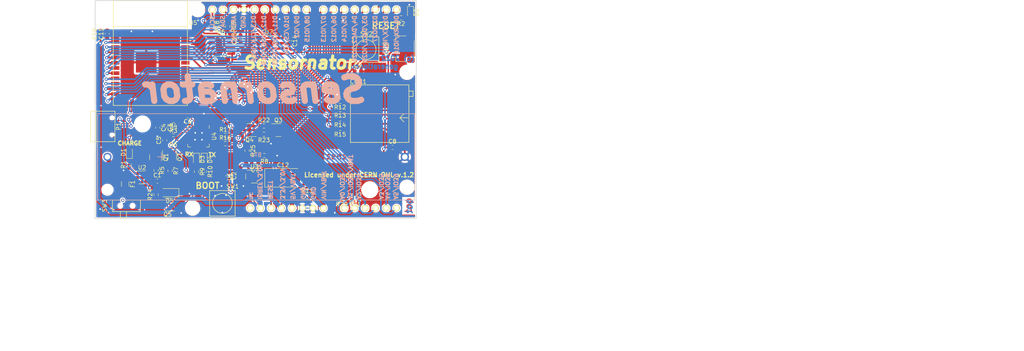
<source format=kicad_pcb>
(kicad_pcb (version 20211014) (generator pcbnew)
  (title_block (title "ArduHMI Shield") (date "2018-10-08") (rev "1.0") (company "generationmake"))
  (layers (0 "F.Cu" signal) (31 "B.Cu" signal) (34 "B.Paste" user) (35 "F.Paste" user) (36 "B.SilkS" user "B.Silkscreen") (37 "F.SilkS" user "F.Silkscreen") (38 "B.Mask" user) (39 "F.Mask" user) (44 "Edge.Cuts" user))
  (net 0 "")
  (net 1 "GND")
  (net 2 "VIO")
  (net 3 "VIN")
  (net 4 "+3V3")
  (net 5 "Net-(Q1-Pad3)")
  (net 6 "Net-(CN1-Pad27)")
  (net 7 "+BATT")
  (net 8 "/EXT_RX")
  (net 9 "/ARDUINO_8")
  (net 10 "/ARDUINO_9")
  (net 11 "/SPI_CS_EXT")
  (net 12 "/SPI_MOSI")
  (net 13 "/SPI_MISO")
  (net 14 "/SPI_CLK")
  (net 15 "/I2C_SDA")
  (net 16 "/I2C_SCL")
  (net 17 "/EXT_TX")
  (net 18 "/ARDUINO_2")
  (net 19 "/DAC_1")
  (net 20 "/DAC_2")
  (net 21 "/ARDUINO_5")
  (net 22 "/ARDUINO_6")
  (net 23 "/ARDUINO_7")
  (net 24 "/ADC_5")
  (net 25 "/ADC_4")
  (net 26 "/ADC_3")
  (net 27 "/ADC_2")
  (net 28 "/ADC_1")
  (net 29 "/ADC_0")
  (net 30 "Net-(D1-Pad1)")
  (net 31 "Net-(D2-Pad2)")
  (net 32 "Net-(D3-Pad2)")
  (net 33 "Net-(D3-Pad1)")
  (net 34 "Net-(D4-Pad1)")
  (net 35 "Net-(D4-Pad2)")
  (net 36 "Net-(P1-Pad2)")
  (net 37 "Net-(P1-Pad3)")
  (net 38 "Net-(R1-Pad1)")
  (net 39 "Net-(R3-Pad1)")
  (net 40 "Net-(R6-Pad1)")
  (net 41 "Net-(Q2-Pad3)")
  (net 42 "Net-(U1-Pad2)")
  (net 43 "/SPI_CS_SD")
  (net 44 "Net-(BT1-Pad1)")
  (net 45 "/SPI_MISO_R")
  (net 46 "/SPI_CLK_R")
  (net 47 "/SPI_MOSI_R")
  (net 48 "/SPI_CS_SD_R")
  (net 49 "/USB and Power/CHR_100MA")
  (net 50 "/USB and Power/CHR_500MA")
  (net 51 "/USB and Power/PROG")
  (net 52 "/USB and Power/TX_R")
  (net 53 "TX")
  (net 54 "RX")
  (net 55 "/USB and Power/RX_R")
  (net 56 "RESET")
  (net 57 "/USB and Power/DTR_R")
  (net 58 "/USB and Power/DTR")
  (net 59 "/USB and Power/RTS")
  (net 60 "/USB and Power/RTS_R")
  (net 61 "BOOT")
  (net 62 "Net-(F1-Pad2)")
  (net 63 "VCC")
  (net 64 "Net-(Q5-Pad1)")
  (net 67 "unconnected-(CON1-Pad1)")
  (net 69 "unconnected-(P1-Pad6)")
  (footprint "Resistor_SMD:R_0603_1608Metric" (layer "F.Cu") (at 53.3 116.9 90)
    (fp_text reference "R1")
    (fp_text value "4k7")
  )
  (footprint "Resistor_SMD:R_0603_1608Metric" (layer "F.Cu") (at 119.3 81.2 180)
    (fp_text reference "R2")
    (fp_text value "1k")
  )
  (footprint "Capacitor_SMD:C_0603_1608Metric" (layer "F.Cu") (at 60.2 107.9 -90)
    (fp_text reference "C4")
    (fp_text value "100n")
  )
  (footprint "Capacitor_SMD:C_0603_1608Metric" (layer "F.Cu") (at 61.8 107.9 -90)
    (fp_text reference "C3")
    (fp_text value "10u")
  )
  (footprint "Capacitor_SMD:C_0603_1608Metric" (layer "F.Cu") (at 77.3 119.6 -90)
    (fp_text reference "C2")
    (fp_text value "1u")
  )
  (footprint "Capacitor_SMD:C_0603_1608Metric" (layer "F.Cu") (at 60.1 120.9)
    (fp_text reference "C1")
    (fp_text value "1u")
  )
  (footprint "Capacitor_SMD:C_0603_1608Metric" (layer "F.Cu") (at 46.3 85.1 90)
    (fp_text reference "C10")
    (fp_text value "10u")
  )
  (footprint "LED_SMD:LED_0603_1608Metric" (layer "F.Cu") (at 53.3 113.9 90)
    (fp_text reference "D1")
    (fp_text value "yellow")
  )
  (footprint "Package_TO_SOT_SMD:SOT-23-5" (layer "F.Cu") (at 56.4 120)
    (fp_text reference "U2")
    (fp_text value "MCP73831")
  )
  (footprint "Capacitor_SMD:C_0603_1608Metric" (layer "F.Cu") (at 61.9 111 90)
    (fp_text reference "C5")
    (fp_text value "10u")
  )
  (footprint "Capacitor_SMD:C_0603_1608Metric" (layer "F.Cu") (at 67.5 105 180)
    (fp_text reference "C6")
    (fp_text value "100n")
  )
  (footprint "Capacitor_SMD:C_0603_1608Metric" (layer "F.Cu") (at 83.8 116.8 180)
    (fp_text reference "C7")
    (fp_text value "1u")
  )
  (footprint "Capacitor_SMD:C_0603_1608Metric" (layer "F.Cu") (at 108.8 94.2)
    (fp_text reference "C9")
    (fp_text value "10u")
  )
  (footprint "LED_SMD:LED_0603_1608Metric" (layer "F.Cu") (at 121.6 79.9 -90)
    (fp_text reference "D2")
    (fp_text value "blue")
  )
  (footprint "LED_SMD:LED_0603_1608Metric" (layer "F.Cu") (at 69.6 115.6 -90)
    (fp_text reference "D3")
    (fp_text value "green")
  )
  (footprint "LED_SMD:LED_0603_1608Metric" (layer "F.Cu") (at 71.5 115.6 -90)
    (fp_text reference "D4")
    (fp_text value "red")
  )
  (footprint "Resistor_SMD:R_0603_1608Metric" (layer "F.Cu") (at 64 107.2 180)
    (fp_text reference "R3")
    (fp_text value "22k1")
  )
  (footprint "Resistor_SMD:R_0603_1608Metric" (layer "F.Cu") (at 64 108.9)
    (fp_text reference "R4")
    (fp_text value "47k5")
  )
  (footprint "Resistor_SMD:R_0603_1608Metric" (layer "F.Cu") (at 59.8 118.3 -90)
    (fp_text reference "R5")
    (fp_text value "10k")
  )
  (footprint "Resistor_SMD:R_0603_1608Metric" (layer "F.Cu") (at 64 110.6 180)
    (fp_text reference "R6")
    (fp_text value "1k")
  )
  (footprint "Resistor_SMD:R_0603_1608Metric" (layer "F.Cu") (at 86.1 114.7 180)
    (fp_text reference "R8")
    (fp_text value "10k")
  )
  (footprint "Resistor_SMD:R_0603_1608Metric" (layer "F.Cu") (at 69.6 118.6 -90)
    (fp_text reference "R9")
    (fp_text value "1k")
  )
  (footprint "Resistor_SMD:R_0603_1608Metric" (layer "F.Cu") (at 71.5 118.6 -90)
    (fp_text reference "R10")
    (fp_text value "1k")
  )
  (footprint "Package_DFN_QFN:QFN-28-1EP_5x5mm_P0.5mm_EP3.35x3.35mm" (layer "F.Cu") (at 70.1 110 -90)
    (fp_text reference "U4")
    (fp_text value "CP2102N_28")
  )
  (footprint "Package_TO_SOT_SMD:SOT-23" (layer "F.Cu") (at 59.8 115.1 -90)
    (fp_text reference "Q1")
    (fp_text value "2N7002")
  )
  (footprint "Package_TO_SOT_SMD:SOT-23" (layer "F.Cu") (at 63.2 115.1 -90)
    (fp_text reference "Q2")
    (fp_text value "2N7002")
  )
  (footprint "mechanical-switches:WE_430182050816" (layer "F.Cu") (at 110.8 88.9)
    (fp_text reference "SW2")
    (fp_text value "TAST_VER")
  )
  (footprint "MODULE_compute:ESP32-WROOM-32" (layer "F.Cu") (at 58.4 92)
    (fp_text reference "U5")
    (fp_text value "ESP32_WROOM_32")
  )
  (footprint "mechanical-switches:WE_430182050816" (layer "F.Cu") (at 75.9 126.3)
    (fp_text reference "SW1")
    (fp_text value "TAST_VER")
  )
  (footprint "Resistor_SMD:R_0603_1608Metric" (layer "F.Cu") (at 104.5 105.8 180)
    (fp_text reference "R14")
    (fp_text value "100R")
  )
  (footprint "Resistor_SMD:R_0603_1608Metric" (layer "F.Cu") (at 104.5 108.1 180)
    (fp_text reference "R15")
    (fp_text value "100R")
  )
  (footprint "Resistor_SMD:R_0603_1608Metric" (layer "F.Cu") (at 104.5 103.5 180)
    (fp_text reference "R13")
    (fp_text value "100R")
  )
  (footprint "Resistor_SMD:R_0603_1608Metric" (layer "F.Cu") (at 104.5 101.5 180)
    (fp_text reference "R12")
    (fp_text value "100R")
  )
  (footprint "Resistor_SMD:R_0603_1608Metric" (layer "F.Cu") (at 76.6 111.8)
    (fp_text reference "R16")
    (fp_text value "100R")
  )
  (footprint "Resistor_SMD:R_0603_1608Metric" (layer "F.Cu") (at 76.6 109.8)
    (fp_text reference "R17")
    (fp_text value "100R")
  )
  (footprint "Resistor_SMD:R_0603_1608Metric" (layer "F.Cu") (at 73.2 83.3 -90)
    (fp_text reference "R18")
    (fp_text value "10k")
  )
  (footprint "Resistor_SMD:R_0603_1608Metric" (layer "F.Cu") (at 77.2 83.3 -90)
    (fp_text reference "R19")
    (fp_text value "10k")
  )
  (footprint "Resistor_SMD:R_0603_1608Metric" (layer "F.Cu") (at 104.9 125.1 180)
    (fp_text reference "R20")
    (fp_text value "330k")
  )
  (footprint "Resistor_SMD:R_0603_1608Metric" (layer "F.Cu") (at 108.1 125.1 180)
    (fp_text reference "R21")
    (fp_text value "330k")
  )
  (footprint "Fuse:Fuse_1206_3216Metric" (layer "F.Cu") (at 52.3 121.6 -90)
    (fp_text reference "F1")
    (fp_text value "SF-1206S050")
  )
  (footprint "Package_TO_SOT_SMD:SOT-23" (layer "F.Cu") (at 80 119.8 90)
    (fp_text reference "U1")
    (fp_text value "TPS383X")
  )
  (footprint "Resistor_SMD:R_0603_1608Metric" (layer "F.Cu") (at 63.2 118.4 -90)
    (fp_text reference "R7")
    (fp_text value "2k5")
  )
  (footprint "Capacitor_SMD:C_0603_1608Metric" (layer "F.Cu") (at 117.2 112.7)
    (fp_text reference "C8")
    (fp_text value "100n")
  )
  (footprint "Resistor_SMD:R_0603_1608Metric" (layer "F.Cu") (at 96.5 124.7)
    (fp_text reference "R11")
    (fp_text value "0r")
  )
  (footprint "Package_TO_SOT_SMD:SOT-23-5" (layer "F.Cu") (at 83.7 119.8)
    (fp_text reference "U3")
    (fp_text value "TPS736XX")
  )
  (footprint "MODULE_compute:ARDUINO" (layer "F.Cu") (at 54.7 130)
    (fp_text reference "CN1" hide)
    (fp_text value "ARDUINO")
  )
  (footprint "Capacitor_SMD:C_0603_1608Metric" (layer "F.Cu") (at 47.9 85.05 90)
    (fp_text reference "C11")
    (fp_text value "100n")
  )
  (footprint "Resistor_SMD:R_0603_1608Metric" (layer "F.Cu") (at 86 107.5)
    (fp_text reference "R22")
    (fp_text value "10k")
  )
  (footprint "Resistor_SMD:R_0603_1608Metric" (layer "F.Cu") (at 86 109.5 180)
    (fp_text reference "R23")
    (fp_text value "10k")
  )
  (footprint "Package_TO_SOT_SMD:SOT-23" (layer "F.Cu") (at 89.5 108.5)
    (fp_text reference "Q3")
    (fp_text value "BC847")
  )
  (footprint "Package_TO_SOT_SMD:SOT-23" (layer "F.Cu") (at 82.5 108.5 180)
    (fp_text reference "Q4")
    (fp_text value "BC847")
  )
  (footprint "CON_wuerth:WE_693071010811" (layer "F.Cu") (at 107 111.5 90)
    (fp_text reference "CON1")
    (fp_text value "Micro_SDCard")
  )
  (footprint "CON_wuerth:WE_629105136821" (layer "F.Cu") (at 50 107.6 -90)
    (fp_text reference "P1")
    (fp_text value "USB_OTG")
  )
  (footprint "Capacitor_Tantalum_SMD:CP_EIA-7343-31_Kemet-D" (layer "F.Cu") (at 90.6 120.1)
    (fp_text reference "C12")
    (fp_text value "100u/6.3V")
  )
  (footprint "mechanical-switches:WE_450404015514" (layer "F.Cu") (at 52.6 126.9 180)
    (fp_text reference "SW3")
    (fp_text value "SWITCH_INV")
  )
  (footprint "Capacitor_SMD:C_0603_1608Metric" (layer "F.Cu") (at 80.3 86.3 90)
    (fp_text reference "C13")
    (fp_text value "100n")
  )
  (footprint "Diode_SMD:D_SOD-123" (layer "F.Cu") (at 63.1 123.7 180)
    (fp_text reference "D5")
    (fp_text value "MBR120")
  )
  (footprint "Package_TO_SOT_SMD:SOT-23" (layer "F.Cu") (at 62.6 126.6 180)
    (fp_text reference "Q5")
    (fp_text value "NTR4171P")
  )
  (footprint "Resistor_SMD:R_0603_1608Metric" (layer "F.Cu") (at 59.8 124.2 90)
    (fp_text reference "R24")
    (fp_text value "4k7")
  )
  (footprint "Package_SO:SOIC-8_3.9x4.9mm_P1.27mm" (layer "F.Cu") (at 75.579501 87.978501)
    (fp_text reference "U6")
    (fp_text value "ATECC608A")
  )
  (footprint "Connector_JST:JST_SH_SM04B-SRSS-TB_1x04-1MP_P1.00mm_Horizontal" (layer "F.Cu") (at 119.8 88.7 90)
    (fp_text reference "CN2")
    (fp_text value "SM04B-SRSS-TB")
  )
  (footprint "Resistor_SMD:R_0603_1608Metric" (layer "F.Cu") (at 81.9 113.5 -90)
    (fp_text reference "R25")
    (fp_text value "10k")
  )
  (footprint "Capacitor_SMD:C_0603_1608Metric" (layer "F.Cu") (at 92.1 86.8 -90)
    (fp_text reference "C14")
    (fp_text value "100n")
  )
  (footprint "Package_SO:SOIC-8_3.9x4.9mm_P1.27mm" (layer "F.Cu") (at 87.2 88)
    (fp_text reference "U7")
    (fp_text value "24LC64")
  )
  (footprint "MECH_battery_holder:KEYSTONE_1043" (layer "B.Cu") (at 84.1 115)
    (fp_text reference "BT1")
    (fp_text value "Keystone 1043")
  )
  (gr_line (start 123 130) (end 123 77) (layer "Edge.Cuts") (width 0.15))
  (gr_line (start 45 77) (end 45 130) (layer "Edge.Cuts") (width 0.15))
  (gr_line (start 123 77) (end 45 77) (layer "Edge.Cuts") (width 0.15))
  (gr_line (start 45 130) (end 123 130) (layer "Edge.Cuts") (width 0.15))
  (gr_text "sensornator" (at 107.7 114.8) (layer "F.Cu") (effects (font (size 1.5 1.5) (thickness 0.3))))
  (gr_text "1.2" (at 111.4 117.2) (layer "F.Cu") (effects (font (size 1.5 1.5) (thickness 0.3))))
  (gr_text "top" (at 121.1 126.8 90) (layer "F.Cu") (effects (font (size 1.5 1.5) (thickness 0.3))))
  (gr_text "generationmake" (at 111.5 93) (layer "B.Cu") (effects (font (size 1.2 1.2) (thickness 0.3)) (justify mirror)))
  (gr_text "(c) 2022" (at 118.5 91) (layer "B.Cu") (effects (font (size 1.2 1.2) (thickness 0.3)) (justify mirror)))
  (gr_text "bot" (at 121.3 127 90) (layer "B.Cu") (effects (font (size 1.5 1.5) (thickness 0.3)) (justify mirror)))
  (gr_text "Sensornator" (at 83.9 98.7) (layer "B.SilkS") (effects (font (size 6 6) (thickness 1.5) italic) (justify mirror)))
  (gr_text "SCL" (at 73.5 80.5 90) (layer "B.SilkS") (effects (font (size 1 1) (thickness 0.25)) (justify left mirror)))
  (gr_text "D0/RX/IO16" (at 118.2 80.5 90) (layer "B.SilkS") (effects (font (size 1 1) (thickness 0.25)) (justify left mirror)))
  (gr_text "A5/IO39" (at 118 125.5 270) (layer "B.SilkS") (effects (font (size 1 1) (thickness 0.25)) (justify left mirror)))
  (gr_text "IOREF/3.0V" (at 85 125.5 270) (layer "B.SilkS") (effects (font (size 1 1) (thickness 0.25)) (justify left mirror)))
  (gr_text "nc" (at 83 125.5 270) (layer "B.SilkS") (effects (font (size 1 1) (thickness 0.25)) (justify left mirror)))
  (gr_text "RESET" (at 87.5 125.5 270) (layer "B.SilkS") (effects (font (size 1 1) (thickness 0.25)) (justify left mirror)))
  (gr_text "D5/IO14" (at 105.5 80.5 90) (layer "B.SilkS") (effects (font (size 1 1) (thickness 0.25)) (justify left mirror)))
  (gr_text "A0/IO32" (at 105 125.5 270) (layer "B.SilkS") (effects (font (size 1 1) (thickness 0.25)) (justify left mirror)))
  (gr_text "D3/DAC1/IO25" (at 110.5 80.5 90) (layer "B.SilkS") (effects (font (size 1 1) (thickness 0.25)) (justify left mirror)))
  (gr_text "D6/IO12" (at 103 80.5 90) (layer "B.SilkS") (effects (font (size 1 1) (thickness 0.25)) (justify left mirror)))
  (gr_text "D12/MISO/IO19" (at 86 80.5 90) (layer "B.SilkS") (effects (font (size 1 1) (thickness 0.25)) (justify left mirror)))
  (gr_text "D2/IO27" (at 113 80.5 90) (layer "B.SilkS") (effects (font (size 1 1) (thickness 0.25)) (justify left mirror)))
  (gr_text "GND" (at 95.5 125.5 270) (layer "B.SilkS") (effects (font (size 1 1) (thickness 0.25)) (justify left mirror)))
  (gr_text "D9/IO2" (at 94 80.5 90) (layer "B.SilkS") (effects (font (size 1 1) (thickness 0.25)) (justify left mirror)))
  (gr_text "D1/TX/IO17" (at 115.5 80.5 90) (layer "B.SilkS") (effects (font (size 1 1) (thickness 0.25)) (justify left mirror)))
  (gr_text "SDA" (at 76 80.5 90) (layer "B.SilkS") (effects (font (size 1 1) (thickness 0.25)) (justify left mirror)))
  (gr_text "3.3V/3.0V" (at 90.5 125.5 270) (layer "B.SilkS") (effects (font (size 1 1) (thickness 0.25)) (justify left mirror)))
  (gr_text "D8/IO15" (at 96.5 80.5 90) (layer "B.SilkS") (effects (font (size 1 1) (thickness 0.25)) (justify left mirror)))
  (gr_text "AREF/NC" (at 78.7 80.5 90) (layer "B.SilkS") (effects (font (size 1 1) (thickness 0.25)) (justify left mirror)))
  (gr_text "A1/IO33/VBAT" (at 107 125.5 270) (layer "B.SilkS") (effects (font (size 1 1) (thickness 0.25)) (justify left mirror)))
  (gr_text "5V/VBAT" (at 93 125.5 270) (layer "B.SilkS") (effects (font (size 1 1) (thickness 0.25)) (justify left mirror)))
  (gr_text "A4/IO36" (at 116 125.5 270) (layer "B.SilkS") (effects (font (size 1 1) (thickness 0.25)) (justify left mirror)))
  (gr_text "D10/CS/IO4" (at 91.5 80.5 90) (layer "B.SilkS") (effects (font (size 1 1) (thickness 0.25)) (justify left mirror)))
  (gr_text "D7/IO13" (at 100.5 80.5 90) (layer "B.SilkS") (effects (font (size 1 1) (thickness 0.25)) (justify left mirror)))
  (gr_text "D13/CLK/IO16" (at 83.5 80.5 90) (layer "B.SilkS") (effects (font (size 1 1) (thickness 0.25)) (justify left mirror)))
  (gr_text "A3/IO35" (at 114.5 125.5 270) (layer "B.SilkS") (effects (font (size 1 1) (thickness 0.25)) (justify left mirror)))
  (gr_text "GND" (at 81 80.5 90) (layer "B.SilkS") (effects (font (size 1 1) (thickness 0.25)) (justify left mirror)))
  (gr_text "A2/IO34" (at 109 125.5 270) (layer "B.SilkS") (effects (font (size 1 1) (thickness 0.25)) (justify left mirror)))
  (gr_text "D11/MOSI/IO23" (at 88.7 80.5 90) (layer "B.SilkS") (effects (font (size 1 1) (thickness 0.25)) (justify left mirror)))
  (gr_text "GND" (at 98 125.5 270) (layer "B.SilkS") (effects (font (size 1 1) (thickness 0.25)) (justify left mirror)))
  (gr_text "VIN/VBAT" (at 100.5 125.5 270) (layer "B.SilkS") (effects (font (size 1 1) (thickness 0.25)) (justify left mirror)))
  (gr_text "D4/DAC2/IO26" (at 108 80.5 90) (layer "B.SilkS") (effects (font (size 1 1) (thickness 0.25)) (justify left mirror)))
  (gr_text "Licensed under CERN OHL v.1.2" (at 109.1 119.4) (layer "F.SilkS") (effects (font (size 1.1 1.1) (thickness 0.25))))
  (gr_text "Sensornator" (at 94.5 92.1) (layer "F.SilkS") (effects (font (size 3 3) (thickness 0.75) italic)))
  (gr_text "TX" (at 73.4 114.5) (layer "F.SilkS") (effects (font (size 1 1) (thickness 0.25))))
  (gr_text "RX" (at 67.8 114.4) (layer "F.SilkS") (effects (font (size 1 1) (thickness 0.25))))
  (gr_text "CHARGE" (at 53.4 111.7) (layer "F.SilkS") (effects (font (size 1 1) (thickness 0.25))))
  (gr_text "RESET" (at 115.6 83.1) (layer "F.SilkS") (effects (font (size 1.5 1.5) (thickness 0.3))))
  (gr_text "BOOT" (at 72.3 122) (layer "F.SilkS") (effects (font (size 1.5 1.5) (thickness 0.3))))
  (via locked (at 51.7 125.55) (size 0.8) (drill 0.4) (layers "F.Cu" "B.Cu") (net 0))
  (segment (start 53.8 84.49) (end 57.4 84.49) (width 0.4) (layer "F.Cu") (net 1))
  (segment (start 58.9 84.49) (end 63.2 84.49) (width 0.4) (layer "F.Cu") (net 1))
  (segment (start 63.2 84.49) (end 66.9 84.49) (width 0.4) (layer "F.Cu") (net 1))
  (segment (start 69.3 109.1625) (end 69.2625 109.1625) (width 0.2) (layer "F.Cu") (net 1))
  (segment (start 69.2625 110.8375) (end 69.2625 110.8375) (width 0.2) (layer "F.Cu") (net 1))
  (segment (start 70.9375 110.8375) (end 70.3 110.8375) (width 0.2) (layer "F.Cu") (net 1))
  (segment (start 70.9375 109.1625) (end 70.9375 109.1625) (width 0.2) (layer "F.Cu") (net 1))
  (segment (start 75.9 128.55) (end 79.9 128.55) (width 0.2) (layer "F.Cu") (net 1))
  (segment (start 77.875 120.35) (end 78.02429 120.20071) (width 0.2) (layer "F.Cu") (net 1))
  (segment (start 117.8 90.2) (end 118.6 90.2) (width 0.4) (layer "F.Cu") (net 1))
  (segment (start 84.725 87.365) (end 84.725 88.635) (width 0.4) (layer "F.Cu") (net 1))
  (segment (start 119 92.3) (end 117.9 93.4) (width 0.4) (layer "F.Cu") (net 1))
  (segment (start 49.9 84.49) (end 48.09 84.49) (width 0.4) (layer "F.Cu") (net 1))
  (segment (start 83.33 119.8) (end 83.7 119.43) (width 0.2) (layer "F.Cu") (net 1))
  (segment (start 71.4 104.5) (end 71.799999 104.899999) (width 0.4) (layer "F.Cu") (net 1))
  (segment (start 82.6 119.8) (end 83.33 119.8) (width 0.2) (layer "F.Cu") (net 1))
  (segment (start 55.2 116.3) (end 54.7 116.8) (width 0.2) (layer "F.Cu") (net 1))
  (segment (start 71.927501 80.172499) (end 71.843499 80.172499) (width 0.4) (layer "F.Cu") (net 1))
  (segment (start 84.725 89.905) (end 84.725 88.635) (width 0.4) (layer "F.Cu") (net 1))
  (segment (start 60.1 110) (end 60.1 108.75) (width 0.2) (layer "F.Cu") (net 1))
  (segment (start 93.72 120.07) (end 89.2 115.55) (width 0.2) (layer "F.Cu") (net 1))
  (segment (start 89.675 87.365) (end 91.89 87.365) (width 0.4) (layer "F.Cu") (net 1))
  (segment (start 108.85 125.1) (end 108.85 122.85) (width 0.2) (layer "F.Cu") (net 1))
  (segment (start 118.85 106.9) (end 121.1 106.9) (width 0.4) (layer "F.Cu") (net 1))
  (segment (start 83.05 117.375) (end 83.05 116.8) (width 0.2) (layer "F.Cu") (net 1))
  (segment (start 56.4 116.3) (end 55.2 116.3) (width 0.2) (layer "F.Cu") (net 1))
  (segment (start 82.6 119.8) (end 79.45071 119.8) (width 0.2) (layer "F.Cu") (net 1))
  (segment (start 52.685 93.805) (end 54.5 91.99) (width 0.4) (layer "F.Cu") (net 1))
  (segment (start 57.6 115.1) (end 56.4 116.3) (width 0.2) (layer "F.Cu") (net 1))
  (segment (start 62.2 114.74929) (end 62.2 115.1) (width 0.2) (layer "F.Cu") (net 1))
  (segment (start 48.09 84.49) (end 47.9 84.3) (width 0.4) (layer "F.Cu") (net 1))
  (segment (start 119.4 112.775787) (end 119.4 111.154998) (width 0.4) (layer "F.Cu") (net 1))
  (segment (start 89.2 115.55) (end 89.2 115.265685) (width 0.2) (layer "F.Cu") (net 1))
  (segment (start 62.25 114.69929) (end 62.2 114.74929) (width 0.2) (layer "F.Cu") (net 1))
  (segment (start 50.66254 115.86254) (end 50.66254 110.0991) (width 0.2) (layer "F.Cu") (net 1))
  (segment (start 62.25 114.09924) (end 62.25 114.69929) (width 0.2) (layer "F.Cu") (net 1))
  (segment (start 66.15 105) (end 65.85 105.3) (width 0.2) (layer "F.Cu") (net 1))
  (segment (start 51.3 84.49) (end 53.8 84.49) (width 0.4) (layer "F.Cu") (net 1))
  (segment (start 66.75 105) (end 66.15 105) (width 0.2) (layer "F.Cu") (net 1))
  (segment (start 50.66254 103.17246) (end 50.66254 105.0991) (width 0.4) (layer "F.Cu") (net 1))
  (segment (start 72.599999 77.999999) (end 71.927501 78.672497) (width 0.4) (layer "F.Cu") (net 1))
  (segment (start 119.4 111.154998) (end 121.3 109.254998) (width 0.4) (layer "F.Cu") (net 1))
  (segment (start 108.85 122.85) (end 111 120.7) (width 0.2) (layer "F.Cu") (net 1))
  (segment (start 117.95 112.7) (end 118.75 112.7) (width 0.4) (layer "F.Cu") (net 1))
  (segment (start 61.9 110.25) (end 60.35 110.25) (width 0.2) (layer "F.Cu") (net 1))
  (segment (start 79.05 120.20071) (end 79.05 120.80076) (width 0.2) (layer "F.Cu") (net 1))
  (segment (start 121.3 109.254998) (end 121.3 107.1) (width 0.4) (layer "F.Cu") (net 1))
  (segment (start 51.835 102) (end 50.66254 103.17246) (width 0.4) (layer "F.Cu") (net 1))
  (segment (start 89.675 87.365) (end 84.725 87.365) (width 0.4) (layer "F.Cu") (net 1))
  (segment (start 49.06344 103.5) (end 47.96254 103.5) (width 0.2) (layer "F.Cu") (net 1))
  (segment (start 52.685 102) (end 52.685 93.805) (width 0.4) (layer "F.Cu") (net 1))
  (segment (start 60.2 92) (end 57.3 92) (width 0.4) (layer "F.Cu") (net 1))
  (segment (start 59.25071 115.1) (end 59.4 115.1) (width 0.2) (layer "F.Cu") (net 1))
  (segment (start 57.4 84.49) (end 58.9 84.49) (width 0.4) (layer "F.Cu") (net 1))
  (segment (start 70.6 105.3) (end 71.4 104.5) (width 0.2) (layer "F.Cu") (net 1))
  (segment (start 117.9 97.1) (end 117.9 95) (width 0.4) (layer "F.Cu") (net 1))
  (segment (start 78.02429 120.20071) (end 79.05 120.20071) (width 0.2) (layer "F.Cu") (net 1))
  (segment (start 70.6 107.55) (end 70.6 108.825) (width 0.2) (layer "F.Cu") (net 1))
  (segment (start 51.6 116.8) (end 50.66254 115.86254) (width 0.2) (layer "F.Cu") (net 1))
  (segment (start 79.45071 119.8) (end 79.05 120.20071) (width 0.2) (layer "F.Cu") (net 1))
  (segment (start 61.8 108.65) (end 63 108.65) (width 0.2) (layer "F.Cu") (net 1))
  (segment (start 93.72 120.1) (end 93.72 120.07) (width 0.2) (layer "F.Cu") (net 1))
  (segment (start 58.85 114.69929) (end 59.25071 115.1) (width 0.2) (layer "F.Cu") (net 1))
  (segment (start 65.299999 105.300001) (end 64.9 105.7) (width 0.2) (layer "F.Cu") (net 1))
  (segment (start 67.45 84.49) (end 66.9 84.49) (width 0.4) (layer "F.Cu") (net 1))
  (segment (start 79.599999 77.999999) (end 72.599999 77.999999) (width 0.4) (layer "F.Cu") (net 1))
  (segment (start 71.9 128.55) (end 72.875 128.55) (width 0.2) (layer "F.Cu") (net 1))
  (segment (start 50.66254 105.0991) (end 49.06344 103.5) (width 0.2) (layer "F.Cu") (net 1))
  (segment (start 70.6 110.5) (end 70.9375 110.8375) (width 0.2) (layer "F.Cu") (net 1))
  (segment (start 100.8 129.2) (end 99.62 129.2) (width 0.4) (layer "F.Cu") (net 1))
  (segment (start 89.2 115.265685) (end 89.2 114.7) (width 0.2) (layer "F.Cu") (net 1))
  (segment (start 54.5 91.99) (end 57.4 91.99) (width 0.4) (layer "F.Cu") (net 1))
  (segment (start 117.9 93.4) (end 117.9 95) (width 0.4) (layer "F.Cu") (net 1))
  (segment (start 120.21 113.585787) (end 119.7 113.075787) (width 0.4) (layer "F.Cu") (net 1))
  (segment (start 121.1 106.9) (end 121.3 107.1) (width 0.4) (layer "F.Cu") (net 1))
  (segment (start 83.7 119.43) (end 83.7 118.025) (width 0.2) (layer "F.Cu") (net 1))
  (segment (start 72.875 128.55) (end 75.9 128.55) (width 0.2) (layer "F.Cu") (net 1))
  (segment (start 77.3 120.35) (end 77.875 120.35) (width 0.2) (layer "F.Cu") (net 1))
  (segment (start 118.6 90.2) (end 119 90.6) (width 0.4) (layer "F.Cu") (net 1))
  (segment (start 84.725 87.365) (end 84.725 86.095) (width 0.4) (layer "F.Cu") (net 1))
  (segment (start 46.35 84.3) (end 46.3 84.35) (width 0.4) (layer "F.Cu") (net 1))
  (segment (start 80.000001 78.400001) (end 79.599999 77.999999) (width 0.4) (layer "F.Cu") (net 1))
  (segment (start 54.7 116.8) (end 51.6 116.8) (width 0.2) (layer "F.Cu") (net 1))
  (segment (start 111 120.7) (end 115.1 120.7) (width 0.4) (layer "F.Cu") (net 1))
  (segment (start 109.3 120.7) (end 111 120.7) (width 0.4) (layer "F.Cu") (net 1))
  (segment (start 50.66254 109.2991) (end 48.26164 111.7) (width 0.2) (layer "F.Cu") (net 1))
  (segment (start 47.9 84.3) (end 46.35 84.3) (width 0.4) (layer "F.Cu") (net 1))
  (segment (start 50.66254 110.0991) (end 49.56344 110.0991) (width 0.2) (layer "F.Cu") (net 1))
  (segment (start 70.6 107.55) (end 70.6 110.5375) (width 0.2) (layer "F.Cu") (net 1))
  (segment (start 119.125787 113.075787) (end 119.7 113.075787) (width 0.4) (layer "F.Cu") (net 1))
  (segment (start 60.1 108.75) (end 60.2 108.65) (width 0.2) (layer "F.Cu") (net 1))
  (segment (start 70.6 108.825) (end 70.9375 109.1625) (width 0.2) (layer "F.Cu") (net 1))
  (segment (start 61.9 108.75) (end 61.8 108.65) (width 0.2) (layer "F.Cu") (net 1))
  (segment (start 119 90.6) (end 119 92.3) (width 0.4) (layer "F.Cu") (net 1))
  (segment (start 61.9 110.25) (end 61.9 108.75) (width 0.2) (layer "F.Cu") (net 1))
  (segment (start 60.725 120) (end 60.85 120.125) (width 0.4) (layer "F.Cu") (net 1))
  (segment (start 57.4 91.99) (end 57.4 84.49) (width 0.4) (layer "F.Cu") (net 1))
  (segment (start 47.96254 111.7) (end 47.96254 110.603985) (width 0.2) (layer "F.Cu") (net 1))
  (segment (start 71.927501 78.672497) (end 71.927501 80.172499) (width 0.4) (layer "F.Cu") (net 1))
  (segment (start 120.21 115) (end 120.21 113.585787) (width 0.4) (layer "F.Cu") (net 1))
  (segment (start 70.6 108.8625) (end 70.3 109.1625) (width 0.2) (layer "F.Cu") (net 1))
  (segment (start 50.66254 108.8991) (end 50.66254 109.2991) (width 0.2) (layer "F.Cu") (net 1))
  (segment (start 49.56344 110.0991) (end 47.96254 111.7) (width 0.2) (layer "F.Cu") (net 1))
  (segment (start 118.75 112.7) (end 119.125787 113.075787) (width 0.4) (layer "F.Cu") (net 1))
  (segment (start 121.3 100.5) (end 117.9 97.1) (width 0.4) (layer "F.Cu") (net 1))
  (segment (start 60.35 110.25) (end 58.85 111.75) (width 0.2) (layer "F.Cu") (net 1))
  (segment (start 48.26164 111.7) (end 47.96254 111.7) (width 0.2) (layer "F.Cu") (net 1))
  (segment (start 55.3 120) (end 56.4 120) (width 0.4) (layer "F.Cu") (net 1))
  (segment (start 81.116 79.2) (end 80.316001 78.400001) (width 0.4) (layer "F.Cu") (net 1))
  (segment (start 65.85 105.3) (end 65.299999 105.300001) (width 0.2) (layer "F.Cu") (net 1))
  (segment (start 121.3 107.1) (end 121.3 100.5) (width 0.4) (layer "F.Cu") (net 1))
  (segment (start 99.62 129.2) (end 97.88 127.46) (width 0.4) (layer "F.Cu") (net 1))
  (segment (start 56.4 116.3) (end 56.4 120) (width 0.2) (layer "F.Cu") (net 1))
  (segment (start 56.4 120) (end 60.725 120) (width 0.4) (layer "F.Cu") (net 1))
  (segment (start 60.2 108.65) (end 61.8 108.65) (width 0.2) (layer "F.Cu") (net 1))
  (segment (start 60.85 120.125) (end 60.85 120.9) (width 0.4) (layer "F.Cu") (net 1))
  (segment (start 70.3 109.1625) (end 69.3 109.1625) (width 0.2) (layer "F.Cu") (net 1))
  (segment (start 58.85 111.75) (end 58.85 114.09924) (width 0.2) (layer "F.Cu") (net 1))
  (segment (start 59.4 115.1) (end 57.6 115.1) (width 0.2) (layer "F.Cu") (net 1))
  (segment (start 115.1 120.11) (end 120.21 115) (width 0.4) (layer "F.Cu") (net 1))
  (segment (start 80.316001 78.400001) (end 80.000001 78.400001) (width 0.4) (layer "F.Cu") (net 1))
  (segment (start 91.89 87.365) (end 92.1 87.575) (width 0.4) (layer "F.Cu") (net 1))
  (segment (start 52.685 102) (end 51.835 102) (width 0.4) (layer "F.Cu") (net 1))
  (segment (start 70.3 110.8375) (end 69.2625 110.8375) (width 0.2) (layer "F.Cu") (net 1))
  (segment (start 47.96254 110.603985) (end 47.96254 103.5) (width 0.2) (layer "F.Cu") (net 1))
  (segment (start 70.6 110.5375) (end 70.9375 110.8375) (width 0.2) (layer "F.Cu") (net 1))
  (segment (start 70.6 107.55) (end 70.6 105.3) (width 0.2) (layer "F.Cu") (net 1))
  (segment (start 83.7 118.025) (end 83.05 117.375) (width 0.2) (layer "F.Cu") (net 1))
  (segment (start 70.6 107.55) (end 70.6 108.8625) (width 0.2) (layer "F.Cu") (net 1))
  (segment (start 58.85 114.09924) (end 58.85 114.69929) (width 0.2) (layer "F.Cu") (net 1))
  (segment (start 119.7 113.075787) (end 119.4 112.775787) (width 0.4) (layer "F.Cu") (net 1))
  (segment (start 59.4 115.1) (end 62.2 115.1) (width 0.2) (layer "F.Cu") (net 1))
  (segment (start 49.9 84.49) (end 51.3 84.49) (width 0.4) (layer "F.Cu") (net 1))
  (segment (start 115.1 120.7) (end 115.1 120.11) (width 0.4) (layer "F.Cu") (net 1))
  (segment (start 63 108.65) (end 63.25 108.9) (width 0.2) (layer "F.Cu") (net 1))
  (segment (start 70.6 107.55) (end 70.6 110.5) (width 0.2) (layer "F.Cu") (net 1))
  (via locked (at 74.1 124.45) (size 0.8) (drill 0.4) (layers "F.Cu" "B.Cu") (net 1))
  (via (at 75.9 128.55) (size 0.8) (drill 0.4) (layers "F.Cu" "B.Cu") (net 1))
  (via (at 70.9375 110.8375) (size 0.8) (drill 0.4) (layers "F.Cu" "B.Cu") (net 1))
  (via (at 66.7 106.6) (size 0.8) (drill 0.4) (layers "F.Cu" "B.Cu") (net 1))
  (via locked (at 76.8 124.35) (size 0.8) (drill 0.4) (layers "F.Cu" "B.Cu") (net 1))
  (via (at 105.2 81.8) (size 0.8) (drill 0.4) (layers "F.Cu" "B.Cu") (net 1))
  (via (at 70 81.8) (size 0.8) (drill 0.4) (layers "F.Cu" "B.Cu") (net 1))
  (via (at 89.2 114.7) (size 0.8) (drill 0.4) (layers "F.Cu" "B.Cu") (net 1))
  (via (at 80.3 83.9) (size 0.8) (drill 0.4) (layers "F.Cu" "B.Cu") (net 1))
  (via locked (at 46.2 127.7) (size 0.8) (drill 0.4) (layers "F.Cu" "B.Cu") (net 1))
  (via locked (at 117.9 95) (size 0.8) (drill 0.4) (layers "F.Cu" "B.Cu") (net 1))
  (via locked (at 67.9 123.95) (size 0.8) (drill 0.4) (layers "F.Cu" "B.Cu") (net 1))
  (via locked (at 65.9 128.65) (size 0.8) (drill 0.4) (layers "F.Cu" "B.Cu") (net 1))
  (via (at 71.4 104.5) (size 0.8) (drill 0.4) (layers "F.Cu" "B.Cu") (net 1))
  (via (at 103.2 128.6) (size 0.8) (drill 0.4) (layers "F.Cu" "B.Cu") (net 1))
  (via (at 81 122.1) (size 0.8) (drill 0.4) (layers "F.Cu" "B.Cu") (net 1))
  (via (at 69.3 109.1625) (size 0.8) (drill 0.4) (layers "F.Cu" "B.Cu") (net 1))
  (via (at 89.8 81.5) (size 0.8) (drill 0.4) (layers "F.Cu" "B.Cu") (net 1))
  (via (at 58.9 84.49) (size 0.8) (drill 0.4) (layers "F.Cu" "B.Cu") (net 1))
  (via (at 53.8 84.49) (size 0.8) (drill 0.4) (layers "F.Cu" "B.Cu") (net 1))
  (via (at 51.9 118.3) (size 0.8) (drill 0.4) (layers "F.Cu" "B.Cu") (net 1))
  (via (at 75.7 122.1) (size 0.8) (drill 0.4) (layers "F.Cu" "B.Cu") (net 1))
  (via (at 121.3 78) (size 0.8) (drill 0.4) (layers "F.Cu" "B.Cu") (net 1))
  (via (at 60.1 110) (size 0.8) (drill 0.4) (layers "F.Cu" "B.Cu") (net 1))
  (via (at 70.9375 109.1625) (size 0.8) (drill 0.4) (layers "F.Cu" "B.Cu") (net 1))
  (via (at 69.2625 110.8375) (size 0.8) (drill 0.4) (layers "F.Cu" "B.Cu") (net 1))
  (via (at 75.6 90.5) (size 0.8) (drill 0.4) (layers "F.Cu" "B.Cu") (net 1))
  (via (at 87.7 111.8) (size 0.8) (drill 0.4) (layers "F.Cu" "B.Cu") (net 1))
  (segment (start 65.53836 104.5) (end 65.3009 104.26254) (width 0.2) (layer "B.Cu") (net 1))
  (segment (start 64.7 104.26254) (end 65.3009 104.26254) (width 0.2) (layer "B.Cu") (net 1))
  (segment (start 61.184783 104.26254) (end 64.7 104.26254) (width 0.2) (layer "B.Cu") (net 1))
  (segment (start 60.3 110) (end 60.1 110) (width 0.2) (layer "B.Cu") (net 1))
  (segment (start 60.3009 104.26254) (end 60.3009 109.9991) (width 0.2) (layer "B.Cu") (net 1))
  (segment (start 60.3009 104.26254) (end 61.184783 104.26254) (width 0.2) (layer "B.Cu") (net 1))
  (segment (start 64.7 104.434315) (end 64.7 104.26254) (width 0.2) (layer "B.Cu") (net 1))
  (segment (start 96.47137 127.46) (end 97.88 127.46) (width 0.2) (layer "B.Cu") (net 1))
  (segment (start 65 104.734315) (end 64.7 104.434315) (width 0.2) (layer "B.Cu") (net 1))
  (segment (start 95.34 127.46) (end 96.47137 127.46) (width 0.2) (layer "B.Cu") (net 1))
  (segment (start 60.3009 109.9991) (end 60.3 110) (width 0.2) (layer "B.Cu") (net 1))
  (segment (start 65 105.3) (end 65 104.734315) (width 0.2) (layer "B.Cu") (net 1))
  (segment (start 71.4 104.5) (end 65.53836 104.5) (width 0.2) (layer "B.Cu") (net 1))
  (segment (start 63.4 112.2) (end 63.4 110.75) (width 0.2) (layer "F.Cu") (net 2))
  (segment (start 68.4 106.1) (end 68.492525 106.192525) (width 0.2) (layer "F.Cu") (net 2))
  (segment (start 68.4 104.95) (end 68.4 106.1) (width 0.2) (layer "F.Cu") (net 2))
  (segment (start 71.5 119.35) (end 69.6 119.35) (width 0.2) (layer "F.Cu") (net 2))
  (segment (start 69.1 107.55) (end 69.1 105.075) (width 0.2) (layer "F.Cu") (net 2))
  (segment (start 69.1 105.075) (end 68.975 104.95) (width 0.2) (layer "F.Cu") (net 2))
  (segment (start 63.4 110.75) (end 63.25 110.6) (width 0.2) (layer "F.Cu") (net 2))
  (segment (start 68.492525 106.192525) (end 68.507475 106.192525) (width 0.2) (layer "F.Cu") (net 2))
  (segment (start 61.9 111.75) (end 62.1 111.75) (width 0.2) (layer "F.Cu") (net 2))
  (segment (start 62.1 111.75) (end 63.25 110.6) (width 0.2) (layer "F.Cu") (net 2))
  (segment (start 68.975 104.95) (end 68.4 104.95) (width 0.2) (layer "F.Cu") (net 2))
  (segment (start 68.25 119.35) (end 67.1 118.2) (width 0.2) (layer "F.Cu") (net 2))
  (segment (start 69.6 119.35) (end 68.25 119.35) (width 0.2) (layer "F.Cu") (net 2))
  (via (at 68.507475 106.192525) (size 0.8) (drill 0.4) (layers "F.Cu" "B.Cu") (net 2))
  (via (at 63.4 112.2) (size 0.8) (drill 0.4) (layers "F.Cu" "B.Cu") (net 2))
  (via (at 67.1 118.2) (size 0.8) (drill 0.4) (layers "F.Cu" "B.Cu") (net 2))
  (segment (start 68.507475 106.192525) (end 68.507475 107.092525) (width 0.4) (layer "B.Cu") (net 2))
  (segment (start 67.1 118.2) (end 67.1 115.9) (width 0.4) (layer "B.Cu") (net 2))
  (segment (start 67.1 115.9) (end 63.4 112.2) (width 0.4) (layer "B.Cu") (net 2))
  (segment (start 68.507475 107.092525) (end 63.4 112.2) (width 0.4) (layer "B.Cu") (net 2))
  (segment (start 50.5 106.3) (end 50.980094 105.819906) (width 0.4) (layer "F.Cu") (net 3))
  (segment (start 58 109.375) (end 54.225 109.375) (width 0.4) (layer "F.Cu") (net 3))
  (segment (start 68.6 107.55) (end 68.6 107.7) (width 0.2) (layer "F.Cu") (net 3))
  (segment (start 61.6 106.3) (end 59.9 106.3) (width 0.2) (layer "F.Cu") (net 3))
  (segment (start 59.95 106.3) (end 59.9 106.3) (width 0.2) (layer "F.Cu") (net 3))
  (segment (start 54.225 109.375) (end 53.3 110.3) (width 0.4) (layer "F.Cu") (net 3))
  (segment (start 61.215 123.45) (end 61.465 123.7) (width 1) (layer "F.Cu") (net 3))
  (segment (start 60.2 107.15) (end 60.2 106.55) (width 0.2) (layer "F.Cu") (net 3))
  (segment (start 61.8 107.15) (end 61.8 106.55) (width 0.2) (layer "F.Cu") (net 3))
  (segment (start 63.25 107.2) (end 63.25 106.55) (width 0.2) (layer "F.Cu") (net 3))
  (segment (start 66 107.9) (end 65.6 107.5) (width 0.2) (layer "F.Cu") (net 3))
  (segment (start 53.3 113.1507) (end 53.3 110.3) (width 0.4) (layer "F.Cu") (net 3))
  (segment (start 65.6 107.5) (end 65.6 106.5) (width 0.2) (layer "F.Cu") (net 3))
  (segment (start 58.3 122.5) (end 58.85 122.5) (width 1) (layer "F.Cu") (net 3))
  (segment (start 59.8 123.45) (end 61.215 123.45) (width 1) (layer "F.Cu") (net 3))
  (segment (start 62.93844 106.3) (end 61.6 106.3) (width 0.2) (layer "F.Cu") (net 3))
  (segment (start 68.4 107.9) (end 66 107.9) (width 0.2) (layer "F.Cu") (net 3))
  (segment (start 65.6 106.5) (end 65.4 106.3) (width 0.2) (layer "F.Cu") (net 3))
  (segment (start 58.3 121.75) (end 57.5 120.95) (width 0.4) (layer "F.Cu") (net 3))
  (segment (start 60.2 106.55) (end 59.95 106.3) (width 0.2) (layer "F.Cu") (net 3))
  (segment (start 60.2 107.175) (end 58 109.375) (width 0.4) (layer "F.Cu") (net 3))
  (segment (start 58.85 122.5) (end 59.8 123.45) (width 1) (layer "F.Cu") (net 3))
  (segment (start 61.6 106.35) (end 61.6 106.3) (width 0.2) (layer "F.Cu") (net 3))
  (segment (start 63.25 106.55) (end 63 106.3) (width 0.2) (layer "F.Cu") (net 3))
  (segment (start 57.5 120.95) (end 59.3 120.95) (width 0.4) (layer "F.Cu") (net 3))
  (segment (start 50.980094 105.819906) (end 51.009584 105.819906) (width 0.4) (layer "F.Cu") (net 3))
  (segment (start 58.3 122.5) (end 58.3 121.75) (width 0.4) (layer "F.Cu") (net 3))
  (segment (start 63 106.3) (end 62.93844 106.3) (width 0.2) (layer "F.Cu") (net 3))
  (segment (start 49.325 106.3) (end 50.5 106.3) (width 0.4) (layer "F.Cu") (net 3))
  (segment (start 61.8 106.55) (end 61.6 106.35) (width 0.2) (layer "F.Cu") (net 3))
  (segment (start 63 106.3) (end 65.4 106.3) (width 0.2) (layer "F.Cu") (net 3))
  (segment (start 60.2 107.15) (end 60.2 107.175) (width 0.4) (layer "F.Cu") (net 3))
  (segment (start 59.3 120.95) (end 59.35 120.9) (width 0.4) (layer "F.Cu") (net 3))
  (segment (start 68.6 107.7) (end 68.4 107.9) (width 0.2) (layer "F.Cu") (net 3))
  (via (at 53.3 110.3) (size 0.8) (drill 0.4) (layers "F.Cu" "B.Cu") (net 3))
  (via (at 51.009584 105.819906) (size 0.8) (drill 0.4) (layers "F.Cu" "B.Cu") (net 3))
  (via (at 58.3 122.5) (size 0.8) (drill 0.4) (layers "F.Cu" "B.Cu") (net 3))
  (segment (start 51.009584 105.819906) (end 52.000001 106.810323) (width 0.4) (layer "B.Cu") (net 3))
  (segment (start 52.000001 110.3) (end 52.000001 116.200001) (width 0.4) (layer "B.Cu") (net 3))
  (segment (start 52.000001 107.6) (end 52.000001 110.3) (width 0.4) (layer "B.Cu") (net 3))
  (segment (start 53.3 110.3) (end 52.000001 110.3) (width 0.4) (layer "B.Cu") (net 3))
  (segment (start 52.000001 116.200001) (end 58.3 122.5) (width 0.4) (layer "B.Cu") (net 3))
  (segment (start 52.000001 106.810323) (end 52.000001 107.6) (width 0.4) (layer "B.Cu") (net 3))
  (segment (start 117.8 89.2) (end 117.247183 89.2) (width 0.4) (layer "F.Cu") (net 4))
  (segment (start 116.2 90.247183) (end 116.2 97.9) (width 0.4) (layer "F.Cu") (net 4))
  (segment (start 116.2 97.9) (end 115.4 98.7) (width 0.4) (layer "F.Cu") (net 4))
  (segment (start 46.3 87.3) (end 46.2 87.4) (width 0.4) (layer "F.Cu") (net 4))
  (segment (start 84.8 127.08) (end 85.18 127.46) (width 0.2) (layer "F.Cu") (net 4))
  (segment (start 85.18 127.46) (end 85.18 125.38) (width 0.4) (layer "F.Cu") (net 4))
  (segment (start 84.55 114.9) (end 84.55 116.8) (width 0.4) (layer "F.Cu") (net 4))
  (segment (start 84.55 114.85) (end 84.55 114.9) (width 0.4) (layer "F.Cu") (net 4))
  (segment (start 78.275001 86.070001) (end 79.320001 86.070001) (width 0.4) (layer "F.Cu") (net 4))
  (segment (start 46.3 85.85) (end 46.3 87.3) (width 0.4) (layer "F.Cu") (net 4))
  (segment (start 84.8 115.25) (end 85.35 114.7) (width 0.4) (layer "F.Cu") (net 4))
  (segment (start 117.9 105.86) (end 116.75 105.86) (width 0.4) (layer "F.Cu") (net 4))
  (segment (start 89.675 86.095) (end 92.03 86.095) (width 0.4) (layer "F.Cu") (net 4))
  (segment (start 113.1 119.4) (end 108 119.4) (width 0.4) (layer "F.Cu") (net 4))
  (segment (start 47.94 85.76) (end 47.9 85.8) (width 0.4) (layer "F.Cu") (net 4))
  (segment (start 116.75 105.86) (end 116.59 105.7) (width 0.4) (layer "F.Cu") (net 4))
  (segment (start 116.45 112.7) (end 115.5 112.7) (width 0.4) (layer "F.Cu") (net 4))
  (segment (start 47.9 85.8) (end 46.35 85.8) (width 0.4) (layer "F.Cu") (net 4))
  (segment (start 86 121.5) (end 84.8 122.7) (width 0.2) (layer "F.Cu") (net 4))
  (segment (start 84.8 125) (end 84.8 123) (width 0.4) (layer "F.Cu") (net 4))
  (segment (start 84.7 114.7) (end 84.55 114.85) (width 0.4) (layer "F.Cu") (net 4))
  (segment (start 86.095 120.1) (end 86 120.005) (width 0.2) (layer "F.Cu") (net 4))
  (segment (start 77.100001 86.070001) (end 76.73 85.7) (width 0.4) (layer "F.Cu") (net 4))
  (segment (start 84.8 122.7) (end 84.8 123) (width 0.2) (layer "F.Cu") (net 4))
  (segment (start 84.8 118.85) (end 84.8 119.375) (width 0.2) (layer "F.Cu") (net 4))
  (segment (start 76.35 84.05) (end 76.1 84.05) (width 0.4) (layer "F.Cu") (net 4))
  (segment (start 84.8 118.85) (end 84.8 115.25) (width 0.4) (layer "F.Cu") (net 4))
  (segment (start 116.59 105.7) (end 115.4 105.7) (width 0.4) (layer "F.Cu") (net 4))
  (segment (start 82.425 114.85) (end 81.9 114.325) (width 0.4) (layer "F.Cu") (net 4))
  (segment (start 73.2 84.05) (end 75.1 84.05) (width 0.4) (layer "F.Cu") (net 4))
  (segment (start 84.55 114.85) (end 82.425 114.85) (width 0.4) (layer "F.Cu") (net 4))
  (segment (start 87.48 120.1) (end 86.095 120.1) (width 0.2) (layer "F.Cu") (net 4))
  (segment (start 92.03 86.095) (end 92.1 86.025) (width 0.4) (layer "F.Cu") (net 4))
  (segment (start 89.675 86.095) (end 86.495 86.095) (width 0.4) (layer "F.Cu") (net 4))
  (segment (start 93.8 122.5) (end 90.26 126.04) (width 0.4) (layer "F.Cu") (net 4))
  (segment (start 49.9 85.76) (end 47.94 85.76) (width 0.4) (layer "F.Cu") (net 4))
  (segment (start 104.9 122.5) (end 93.8 122.5) (width 0.4) (layer "F.Cu") (net 4))
  (segment (start 86.495 86.095) (end 84.6 84.2) (width 0.4) (layer "F.Cu") (net 4))
  (segment (start 84.8 119.375) (end 84.925 119.5) (width 0.2) (layer "F.Cu") (net 4))
  (segment (start 115.1 117.4) (end 113.1 119.4) (width 0.4) (layer "F.Cu") (net 4))
  (segment (start 79.320001 86.070001) (end 80.3 87.05) (width 0.4) (layer "F.Cu") (net 4))
  (segment (start 86 120.005) (end 86 120) (width 0.2) (layer "F.Cu") (net 4))
  (segment (start 115.5 112.7) (end 115.1 113.1) (width 0.4) (layer "F.Cu") (net 4))
  (segment (start 117.247183 89.2) (end 116.2 90.247183) (width 0.4) (layer "F.Cu") (net 4))
  (segment (start 84.8 117.05) (end 84.55 116.8) (width 0.2) (layer "F.Cu") (net 4))
  (segment (start 84.8 118.85) (end 84.8 117.05) (width 0.2) (layer "F.Cu") (net 4))
  (segment (start 77.2 84.05) (end 76.35 84.05) (width 0.4) (layer "F.Cu") (net 4))
  (segment (start 85.18 125.38) (end 84.8 125) (width 0.4) (layer "F.Cu") (net 4))
  (segment (start 84.6 84.2) (end 84.1 84.2) (width 0.4) (layer "F.Cu") (net 4))
  (segment (start 76.73 84.68) (end 76.1 84.05) (width 0.4) (layer "F.Cu") (net 4))
  (segment (start 90.26 126.04) (end 90.26 127.46) (width 0.4) (layer "F.Cu") (net 4))
  (segment (start 46.35 85.8) (end 46.3 85.85) (width 0.4) (layer "F.Cu") (net 4))
  (segment (start 76.73 85.7) (end 76.73 84.68) (width 0.4) (layer "F.Cu") (net 4))
  (segment (start 108 119.4) (end 104.9 122.5) (width 0.4) (layer "F.Cu") (net 4))
  (segment (start 84.925 119.5) (end 85.5 119.5) (width 0.2) (layer "F.Cu") (net 4))
  (segment (start 85.35 114.7) (end 84.7 114.7) (width 0.4) (layer "F.Cu") (net 4))
  (segment (start 76.1 84.05) (end 75.1 84.05) (width 0.4) (layer "F.Cu") (net 4))
  (segment (start 78.275001 86.070001) (end 77.100001 86.070001) (width 0.4) (layer "F.Cu") (net 4))
  (segment (start 86 120) (end 86 121.5) (width 0.2) (layer "F.Cu") (net 4))
  (segment (start 115.1 113.1) (end 115.1 117.4) (width 0.4) (layer "F.Cu") (net 4))
  (segment (start 85.5 119.5) (end 86 120) (width 0.2) (layer "F.Cu") (net 4))
  (via (at 46.2 87.4) (size 0.8) (drill 0.4) (layers "F.Cu" "B.Cu") (net 4))
  (via (at 115.4 98.7) (size 0.8) (drill 0.4) (layers "F.Cu" "B.Cu") (net 4))
  (via (at 115.1 113.1) (size 0.8) (drill 0.4) (layers "F.Cu" "B.Cu") (net 4))
  (via (at 75.1 84.05) (size 0.8) (drill 0.4) (layers "F.Cu" "B.Cu") (net 4))
  (via (at 115.4 105.7) (size 0.8) (drill 0.4) (layers "F.Cu" "B.Cu") (net 4))
  (via (at 84.1 84.2) (size 0.8) (drill 0.4) (layers "F.Cu" "B.Cu") (net 4))
  (segment (start 82.127501 125.172499) (end 84.2 125.172499) (width 1) (layer "B.Cu") (net 4))
  (segment (start 83.6 84.7) (end 75.75 84.7) (width 0.4) (layer "B.Cu") (net 4))
  (segment (start 69.3 86.4) (end 70.6 85.1) (width 0.4) (layer "B.Cu") (net 4))
  (segment (start 85.18 127.46) (end 85.18 126.152499) (width 1) (layer "B.Cu") (net 4))
  (segment (start 47.2 86.4) (end 69.3 86.4) (width 0.4) (layer "B.Cu") (net 4))
  (segment (start 75.75 84.7) (end 75.1 84.05) (width 0.4) (layer "B.Cu") (net 4))
  (segment (start 84.2 125.172499) (end 87.972499 125.172499) (width 1) (layer "B.Cu") (net 4))
  (segment (start 84.1 84.2) (end 83.6 84.7) (width 0.4) (layer "B.Cu") (net 4))
  (segment (start 49 128.5) (end 62.1 128.5) (width 1) (layer "B.Cu") (net 4))
  (segment (start 115.4 106.6) (end 115.4 112.8) (width 0.4) (layer "B.Cu") (net 4))
  (segment (start 115.4 105.7) (end 115.4 106.6) (width 0.4) (layer "B.Cu") (net 4))
  (segment (start 65.427501 125.172499) (end 71.072499 125.172499) (width 1) (layer "B.Cu") (net 4))
  (segment (start 87.972499 125.172499) (end 90.26 127.46) (width 1) (layer "B.Cu") (net 4))
  (segment (start 85.18 126.152499) (end 84.2 125.172499) (width 1) (layer "B.Cu") (net 4))
  (segment (start 45.77501 87.82499) (end 45.77501 125.27501) (width 1) (layer "B.Cu") (net 4))
  (segment (start 46.2 87.4) (end 47.2 86.4) (width 0.4) (layer "B.Cu") (net 4))
  (segment (start 45.77501 125.27501) (end 49 128.5) (width 1) (layer "B.Cu") (net 4))
  (segment (start 72.1 126.2) (end 81.1 126.2) (width 1) (layer "B.Cu") (net 4))
  (segment (start 62.1 128.5) (end 65.427501 125.172499) (width 1) (layer "B.Cu") (net 4))
  (segment (start 46.2 87.4) (end 45.77501 87.82499) (width 1) (layer "B.Cu") (net 4))
  (segment (start 115.4 106.6) (end 115.4 98.7) (width 0.4) (layer "B.Cu") (net 4))
  (segment (start 75.1 84.05) (end 71.65 84.05) (width 0.4) (layer "B.Cu") (net 4))
  (segment (start 115.4 112.8) (end 115.1 113.1) (width 0.4) (layer "B.Cu") (net 4))
  (segment (start 71.072499 125.172499) (end 72.1 126.2) (width 1) (layer "B.Cu") (net 4))
  (segment (start 81.1 126.2) (end 82.127501 125.172499) (width 1) (layer "B.Cu") (net 4))
  (segment (start 71.65 84.05) (end 70.6 85.1) (width 0.4) (layer "B.Cu") (net 4))
  (segment (start 59.8 117.55) (end 59.8 116.09822) (width 0.2) (layer "F.Cu") (net 5))
  (segment (start 92.8 126) (end 94.1 124.7) (width 1) (layer "F.Cu") (net 6))
  (segment (start 92.8 127.46) (end 92.8 126) (width 1) (layer "F.Cu") (net 6))
  (segment (start 94.1 124.7) (end 95.75 124.7) (width 1) (layer "F.Cu") (net 6))
  (segment (start 92.8 127.46) (end 92.8 127.1) (width 0.4) (layer "F.Cu") (net 6))
  (segment (start 61.60178 126.6) (end 58.7 126.6) (width 1) (layer "F.Cu") (net 7))
  (segment (start 57.8 125.7) (end 57.8 124.6) (width 1) (layer "F.Cu") (net 7))
  (segment (start 94.1 126.5) (end 94.1 128.060001) (width 0.2) (layer "F.Cu") (net 7))
  (segment (start 84 128.360001) (end 84 126.184998) (width 0.2) (layer "F.Cu") (net 7))
  (segment (start 80.515001 122.699999) (end 76.136003 122.699999) (width 0.2) (layer "F.Cu") (net 7))
  (segment (start 104.15 125.85) (end 101.439999 128.560001) (width 0.2) (layer "F.Cu") (net 7))
  (segment (start 57.8 124.6) (end 56.8 123.6) (width 1) (layer "F.Cu") (net 7))
  (segment (start 70.399999 122.800001) (end 64.8 128.4) (width 0.2) (layer "F.Cu") (net 7))
  (segment (start 99.2 127.868002) (end 99.2 126.3) (width 0.2) (layer "F.Cu") (net 7))
  (segment (start 104.15 125.1) (end 104.15 125.85) (width 0.2) (layer "F.Cu") (net 7))
  (segment (start 55 123.6) (end 54.014731 122.614731) (width 1) (layer "F.Cu") (net 7))
  (segment (start 94.1 128.060001) (end 93.6 128.560001) (width 0.2) (layer "F.Cu") (net 7))
  (segment (start 99.2 126.3) (end 98.5 125.6) (width 0.2) (layer "F.Cu") (net 7))
  (segment (start 64.8 128.4) (end 62.80173 128.4) (width 0.2) (layer "F.Cu") (net 7))
  (segment (start 93.6 128.560001) (end 84.2 128.560001) (width 0.2) (layer "F.Cu") (net 7))
  (segment (start 55.3 120.95) (end 55.3 123.6) (width 0.4) (layer "F.Cu") (net 7))
  (segment (start 84 126.184998) (end 80.515001 122.699999) (width 0.2) (layer "F.Cu") (net 7))
  (segment (start 54.014731 122.614731) (end 54.014731 121.114731) (width 1) (layer "F.Cu") (net 7))
  (segment (start 98.5 125.6) (end 95 125.6) (width 0.2) (layer "F.Cu") (net 7))
  (segment (start 61.60178 127.20005) (end 61.60178 126.6) (width 0.2) (layer "F.Cu") (net 7))
  (segment (start 62.80173 128.4) (end 61.60178 127.20005) (width 0.2) (layer "F.Cu") (net 7))
  (segment (start 56.8 123.6) (end 55.3 123.6) (width 1) (layer "F.Cu") (net 7))
  (segment (start 99.891999 128.560001) (end 99.2 127.868002) (width 0.2) (layer "F.Cu") (net 7))
  (segment (start 55.3 123.6) (end 55 123.6) (width 1) (layer "F.Cu") (net 7))
  (segment (start 95 125.6) (end 94.1 126.5) (width 0.2) (layer "F.Cu") (net 7))
  (segment (start 58.7 126.6) (end 57.8 125.7) (width 1) (layer "F.Cu") (net 7))
  (segment (start 76.136003 122.699999) (end 76.036001 122.800001) (width 0.2) (layer "F.Cu") (net 7))
  (segment (start 84.2 128.560001) (end 84 128.360001) (width 0.2) (layer "F.Cu") (net 7))
  (segment (start 54.014731 121.114731) (end 53.29604 120.39604) (width 1) (layer "F.Cu") (net 7))
  (segment (start 53.29604 120.39604) (end 52.3 120.39604) (width 1) (layer "F.Cu") (net 7))
  (segment (start 76.036001 122.800001) (end 70.399999 122.800001) (width 0.2) (layer "F.Cu") (net 7))
  (segment (start 101.439999 128.560001) (end 99.891999 128.560001) (width 0.2) (layer "F.Cu") (net 7))
  (segment (start 104.08 86.868528) (end 105.624264 85.324264) (width 0.4) (layer "F.Cu") (net 8))
  (segment (start 70.111458 98.46) (end 72.351458 100.7) (width 0.4) (layer "F.Cu") (net 8))
  (segment (start 104.08 91.628542) (end 104.08 86.868528) (width 0.4) (layer "F.Cu") (net 8))
  (segment (start 80.59999 100.70001) (end 95.008533 100.700009) (width 0.4) (layer "F.Cu") (net 8))
  (segment (start 72.351458 100.7) (end 74.2 100.7) (width 0.4) (layer "F.Cu") (net 8))
  (segment (start 105.624264 85.324264) (end 110.384264 85.324264) (width 0.4) (layer "F.Cu") (net 8))
  (segment (start 95.008533 100.700009) (end 104.08 91.628542) (width 0.4) (layer "F.Cu") (net 8))
  (segment (start 115.308528 80.4) (end 117 80.4) (width 0.4) (layer "F.Cu") (net 8))
  (segment (start 66.9 98.46) (end 70.111458 98.46) (width 0.4) (layer "F.Cu") (net 8))
  (segment (start 110.384264 85.324264) (end 115.308528 80.4) (width 0.4) (layer "F.Cu") (net 8))
  (segment (start 79.7 101.6) (end 80.59999 100.70001) (width 0.4) (layer "F.Cu") (net 8))
  (segment (start 117 80.4) (end 118.2 79.2) (width 0.4) (layer "F.Cu") (net 8))
  (via (at 79.7 101.6) (size 0.8) (drill 0.4) (layers "F.Cu" "B.Cu") (net 8))
  (via (at 74.2 100.7) (size 0.8) (drill 0.4) (layers "F.Cu" "B.Cu") (net 8))
  (segment (start 78.8 100.7) (end 74.2 100.7) (width 0.4) (layer "B.Cu") (net 8))
  (segment (start 79.7 101.6) (end 78.8 100.7) (width 0.4) (layer "B.Cu") (net 8))
  (segment (start 63.145 103.7) (end 62.845 103.4) (width 0.4) (layer "F.Cu") (net 9))
  (segment (start 85.845584 95.5) (end 80.1 95.5) (width 0.4) (layer "F.Cu") (net 9))
  (segment (start 80.1 95.5) (end 79.2 96.4) (width 0.4) (layer "F.Cu") (net 9))
  (segment (start 93.020304 95.9) (end 86.245584 95.9) (width 0.4) (layer "F.Cu") (net 9))
  (segment (start 79.20001 96.90001) (end 79.20001 98.581076) (width 0.4) (layer "F.Cu") (net 9))
  (segment (start 75.081067 102.700019) (end 65.999981 102.700019) (width 0.4) (layer "F.Cu") (net 9))
  (segment (start 96.356 79.2) (end 99.1 81.944) (width 0.4) (layer "F.Cu") (net 9))
  (segment (start 65.999981 102.700019) (end 65 103.7) (width 0.4) (layer "F.Cu") (net 9))
  (segment (start 99.1 89.820304) (end 93.020304 95.9) (width 0.4) (layer "F.Cu") (net 9))
  (segment (start 99.1 81.944) (end 99.1 89.820304) (width 0.4) (layer "F.Cu") (net 9))
  (segment (start 62.845 103.4) (end 62.845 102) (width 0.4) (layer "F.Cu") (net 9))
  (segment (start 65 103.7) (end 63.145 103.7) (width 0.4) (layer "F.Cu") (net 9))
  (segment (start 79.2 96.9) (end 79.20001 96.90001) (width 0.4) (layer "F.Cu") (net 9))
  (segment (start 79.2 96.4) (end 79.2 96.9) (width 0.4) (layer "F.Cu") (net 9))
  (segment (start 79.20001 98.581076) (end 75.081067 102.700019) (width 0.4) (layer "F.Cu") (net 9))
  (segment (start 86.245584 95.9) (end 85.845584 95.5) (width 0.4) (layer "F.Cu") (net 9))
  (segment (start 92.771776 95.3) (end 86.494112 95.3) (width 0.4) (layer "F.Cu") (net 10))
  (segment (start 64.965 102) (end 64.115 102) (width 0.4) (layer "F.Cu") (net 10))
  (segment (start 93.816 79.2) (end 98.5 83.884) (width 0.4) (layer "F.Cu") (net 10))
  (segment (start 98.5 89.571776) (end 92.771776 95.3) (width 0.4) (layer "F.Cu") (net 10))
  (segment (start 65.06501 102.10001) (end 64.965 102) (width 0.4) (layer "F.Cu") (net 10))
  (segment (start 86.094112 94.9) (end 79.851472 94.9) (width 0.4) (layer "F.Cu") (net 10))
  (segment (start 79.851472 94.9) (end 78.6 96.151472) (width 0.4) (layer "F.Cu") (net 10))
  (segment (start 78.6 96.151472) (end 78.6 98.332544) (width 0.4) (layer "F.Cu") (net 10))
  (segment (start 74.832534 102.10001) (end 65.06501 102.10001) (width 0.4) (layer "F.Cu") (net 10))
  (segment (start 78.6 98.332544) (end 74.832534 102.10001) (width 0.4) (layer "F.Cu") (net 10))
  (segment (start 86.494112 95.3) (end 86.094112 94.9) (width 0.4) (layer "F.Cu") (net 10))
  (segment (start 98.5 83.884) (end 98.5 89.571776) (width 0.4) (layer "F.Cu") (net 10))
  (segment (start 74.584001 101.500001) (end 71.4 101.5) (width 0.4) (layer "F.Cu") (net 11))
  (segment (start 71.4 101.5) (end 69.7 99.8) (width 0.4) (layer "F.Cu") (net 11))
  (segment (start 78 98.084002) (end 74.584001 101.500001) (width 0.4) (layer "F.Cu") (net 11))
  (segment (start 68.37 99.8) (end 68.3 99.73) (width 0.4) (layer "F.Cu") (net 11))
  (segment (start 86.74264 94.7) (end 86.34264 94.3) (width 0.4) (layer "F.Cu") (net 11))
  (segment (start 92.523248 94.7) (end 86.74264 94.7) (width 0.4) (layer "F.Cu") (net 11))
  (segment (start 68.3 99.73) (end 66.9 99.73) (width 0.4) (layer "F.Cu") (net 11))
  (segment (start 86.34264 94.3) (end 79.602944 94.3) (width 0.4) (layer "F.Cu") (net 11))
  (segment (start 69.7 99.8) (end 68.37 99.8) (width 0.4) (layer "F.Cu") (net 11))
  (segment (start 97.9 85.824) (end 97.9 89.323248) (width 0.4) (layer "F.Cu") (net 11))
  (segment (start 91.276 79.2) (end 97.9 85.824) (width 0.4) (layer "F.Cu") (net 11))
  (segment (start 78 95.902944) (end 78 98.084002) (width 0.4) (layer "F.Cu") (net 11))
  (segment (start 79.602944 94.3) (end 78 95.902944) (width 0.4) (layer "F.Cu") (net 11))
  (segment (start 97.9 89.323248) (end 92.523248 94.7) (width 0.4) (layer "F.Cu") (net 11))
  (segment (start 102.7 103.5) (end 102 102.8) (width 0.4) (layer "F.Cu") (net 12))
  (segment (start 69.54 84.56) (end 71.6 82.5) (width 0.4) (layer "F.Cu") (net 12))
  (segment (start 68.3 85.76) (end 69.5 84.56) (width 0.4) (layer "F.Cu") (net 12))
  (segment (start 103.75 103.5) (end 102.7 103.5) (width 0.4) (layer "F.Cu") (net 12))
  (segment (start 66.9 85.76) (end 68.3 85.76) (width 0.4) (layer "F.Cu") (net 12))
  (segment (start 71.6 82.5) (end 71.6 82.2) (width 0.4) (layer "F.Cu") (net 12))
  (segment (start 69.5 84.56) (end 69.54 84.56) (width 0.4) (layer "F.Cu") (net 12))
  (segment (start 71.6 82.2) (end 71.3 81.9) (width 0.4) (layer "F.Cu") (net 12))
  (via (at 71.3 81.9) (size 0.8) (drill 0.4) (layers "F.Cu" "B.Cu") (net 12))
  (via (at 102 102.8) (size 0.8) (drill 0.4) (layers "F.Cu" "B.Cu") (net 12))
  (segment (start 87.236 77.7) (end 77.9 77.7) (width 0.4) (layer "B.Cu") (net 12))
  (segment (start 77.9 77.7) (end 77.375999 78.224001) (width 0.4) (layer "B.Cu") (net 12))
  (segment (start 76.2 80.9) (end 72.3 80.9) (width 0.4) (layer "B.Cu") (net 12))
  (segment (start 72.3 80.9) (end 71.3 81.9) (width 0.4) (layer "B.Cu") (net 12))
  (segment (start 88.736 79.2) (end 87.236 77.7) (width 0.4) (layer "B.Cu") (net 12))
  (segment (start 88.736 79.2) (end 88.736 84.736) (width 0.4) (layer "B.Cu") (net 12))
  (segment (start 77.375999 78.224001) (end 77.375999 79.724001) (width 0.4) (layer "B.Cu") (net 12))
  (segment (start 77.375999 79.724001) (end 76.2 80.9) (width 0.4) (layer "B.Cu") (net 12))
  (segment (start 102 98) (end 102 102.8) (width 0.4) (layer "B.Cu") (net 12))
  (segment (start 88.736 84.736) (end 102 98) (width 0.4) (layer "B.Cu") (net 12))
  (segment (start 68.3 93.38) (end 66.9 93.38) (width 0.4) (layer "F.Cu") (net 13))
  (segment (start 90.8 93.5) (end 87.6 93.5) (width 0.4) (layer "F.Cu") (net 13))
  (segment (start 87.6 93.5) (end 87.2 93.1) (width 0.4) (layer "F.Cu") (net 13))
  (segment (start 92.3 92) (end 90.8 93.5) (width 0.4) (layer "F.Cu") (net 13))
  (segment (start 103.75 108.1) (end 103.1 108.1) (width 0.4) (layer "F.Cu") (net 13))
  (segment (start 87.2 93.1) (end 77.848542 93.1) (width 0.4) (layer "F.Cu") (net 13))
  (segment (start 103.1 108.1) (end 102.6 107.6) (width 0.4) (layer "F.Cu") (net 13))
  (segment (start 77.848542 93.1) (end 76.948542 94) (width 0.4) (layer "F.Cu") (net 13))
  (segment (start 72.9 94) (end 73.6 94) (width 0.4) (layer "F.Cu") (net 13))
  (segment (start 102.1 107.6) (end 101.7 107.2) (width 0.4) (layer "F.Cu") (net 13))
  (segment (start 76.948542 94) (end 72.9 94) (width 0.4) (layer "F.Cu") (net 13))
  (segment (start 92.3 91.8) (end 92.3 92) (width 0.4) (layer "F.Cu") (net 13))
  (segment (start 93.484668 90.615332) (end 92.3 91.8) (width 0.4) (layer "F.Cu") (net 13))
  (segment (start 72.9 94) (end 68.92 94) (width 0.4) (layer "F.Cu") (net 13))
  (segment (start 102.6 107.6) (end 102.1 107.6) (width 0.4) (layer "F.Cu") (net 13))
  (segment (start 68.92 94) (end 68.3 93.38) (width 0.4) (layer "F.Cu") (net 13))
  (via (at 101.7 107.2) (size 0.8) (drill 0.4) (layers "F.Cu" "B.Cu") (net 13))
  (via (at 93.484668 90.615332) (size 0.8) (drill 0.4) (layers "F.Cu" "B.Cu") (net 13))
  (segment (start 86.196 83.847458) (end 86.196 79.2) (width 0.4) (layer "B.Cu") (net 13))
  (segment (start 101.7 107.2) (end 101.7 105.284002) (width 0.4) (layer "B.Cu") (net 13))
  (segment (start 101.900001 104.315999) (end 100.30001 102.716008) (width 0.4) (layer "B.Cu") (net 13))
  (segment (start 100.30001 97.951468) (end 93.524271 91.175729) (width 0.4) (layer "B.Cu") (net 13))
  (segment (start 93.524271 91.175729) (end 93.524271 90.654935) (width 0.4) (layer "B.Cu") (net 13))
  (segment (start 93.524271 90.654935) (end 93.484668 90.615332) (width 0.4) (layer "B.Cu") (net 13))
  (segment (start 100.30001 102.716008) (end 100.30001 97.951468) (width 0.4) (layer "B.Cu") (net 13))
  (segment (start 93.524271 91.175729) (end 86.196 83.847458) (width 0.4) (layer "B.Cu") (net 13))
  (segment (start 101.7 105.284002) (end 101.900001 105.084001) (width 0.4) (layer "B.Cu") (net 13))
  (segment (start 101.900001 105.084001) (end 101.900001 104.315999) (width 0.4) (layer "B.Cu") (net 13))
  (segment (start 77.29999 94.60001) (end 73.6 94.60001) (width 0.4) (layer "F.Cu") (net 14))
  (segment (start 91.3 94.1) (end 86.991168 94.1) (width 0.4) (layer "F.Cu") (net 14))
  (segment (start 69.1 94.65) (end 70.65 94.65) (width 0.4) (layer "F.Cu") (net 14))
  (segment (start 78.2 93.7) (end 77.29999 94.60001) (width 0.4) (layer "F.Cu") (net 14))
  (segment (start 102.2 105.8) (end 101.1 104.7) (width 0.4) (layer "F.Cu") (net 14))
  (segment (start 86.591168 93.7) (end 78.2 93.7) (width 0.4) (layer "F.Cu") (net 14))
  (segment (start 73.6 94.60001) (end 73.55001 94.65) (width 0.4) (layer "F.Cu") (net 14))
  (segment (start 103.75 105.8) (end 102.2 105.8) (width 0.4) (layer "F.Cu") (net 14))
  (segment (start 93.115332 92.284668) (end 91.3 94.1) (width 0.4) (layer "F.Cu") (net 14))
  (segment (start 86.991168 94.1) (end 86.591168 93.7) (width 0.4) (layer "F.Cu") (net 14))
  (segment (start 72.59999 94.60001) (end 73.6 94.60001) (width 0.4) (layer "F.Cu") (net 14))
  (segment (start 72.55 94.65) (end 72.59999 94.60001) (width 0.4) (layer "F.Cu") (net 14))
  (segment (start 69.1 94.65) (end 72.55 94.65) (width 0.4) (layer "F.Cu") (net 14))
  (segment (start 73.55001 94.65) (end 66.9 94.65) (width 0.4) (layer "F.Cu") (net 14))
  (segment (start 66.9 94.65) (end 69.1 94.65) (width 0.4) (layer "F.Cu") (net 14))
  (via (at 101.1 104.7) (size 0.8) (drill 0.4) (layers "F.Cu" "B.Cu") (net 14))
  (via (at 93.115332 92.284668) (size 0.8) (drill 0.4) (layers "F.Cu" "B.Cu") (net 14))
  (segment (start 99.7 103.3) (end 99.7 98.2) (width 0.4) (layer "B.Cu") (net 14))
  (segment (start 83.656 82.156) (end 83.656 79.2) (width 0.4) (layer "B.Cu") (net 14))
  (segment (start 101.1 104.7) (end 99.7 103.3) (width 0.4) (layer "B.Cu") (net 14))
  (segment (start 93.8 92.3) (end 83.656 82.156) (width 0.4) (layer "B.Cu") (net 14))
  (segment (start 93.784668 92.284668) (end 93.8 92.3) (width 0.4) (layer "B.Cu") (net 14))
  (segment (start 93.115332 92.284668) (end 93.784668 92.284668) (width 0.4) (layer "B.Cu") (net 14))
  (segment (start 99.7 98.2) (end 93.8 92.3) (width 0.4) (layer "B.Cu") (net 14))
  (segment (start 80.965001 88.365001) (end 80.334999 88.365001) (width 0.4) (layer "F.Cu") (net 15))
  (segment (start 115.8 89.5) (end 117.1 88.2) (width 0.4) (layer "F.Cu") (net 15))
  (segment (start 81.7 87.630002) (end 80.965001 88.365001) (width 0.4) (layer "F.Cu") (net 15))
  (segment (start 93.048528 89.9) (end 93.383527 89.565001) (width 0.4) (layer "F.Cu") (net 15))
  (segment (start 117.1 88.2) (end 117.8 88.2) (width 0.4) (layer "F.Cu") (net 15))
  (segment (start 78.5 81.8) (end 78.5 82.3) (width 0.4) (layer "F.Cu") (net 15))
  (segment (start 76.036 79.2) (end 78.5 81.664) (width 0.4) (layer "F.Cu") (net 15))
  (segment (start 89.895 89.905) (end 89.9 89.9) (width 0.4) (layer "F.Cu") (net 15))
  (segment (start 78.5 81.664) (end 78.5 81.8) (width 0.4) (layer "F.Cu") (net 15))
  (segment (start 78.275001 91.824999) (end 76.7 93.4) (width 0.4) (layer "F.Cu") (net 15))
  (segment (start 78.05 82.55) (end 78.5 82.1) (width 0.4) (layer "F.Cu") (net 15))
  (segment (start 78.845001 89.310001) (end 78.275001 89.880001) (width 0.4) (layer "F.Cu") (net 15))
  (segment (start 76.7 93.4) (end 70.86 93.4) (width 0.4) (layer "F.Cu") (net 15))
  (segment (start 95.165001 89.565001) (end 95.5 89.9) (width 0.4) (layer "F.Cu") (net 15))
  (segment (start 70.86 93.4) (end 68.3 90.84) (width 0.4) (layer "F.Cu") (net 15))
  (segment (start 79.389999 89.310001) (end 78.845001 89.310001) (width 0.4) (layer "F.Cu") (net 15))
  (segment (start 89.9 89.9) (end 93.048528 89.9) (width 0.4) (layer "F.Cu") (net 15))
  (segment (start 68.3 90.84) (end 66.9 90.84) (width 0.4) (layer "F.Cu") (net 15))
  (segment (start 78.275001 89.880001) (end 78.275001 91.124999) (width 0.4) (layer "F.Cu") (net 15))
  (segment (start 87.648528 89.9) (end 89.9 89.9) (width 0.4) (layer "F.Cu") (net 15))
  (segment (start 78.275001 91.124999) (end 78.450002 91.3) (width 0.4) (layer "F.Cu") (net 15))
  (segment (start 80.334999 88.365001) (end 79.389999 89.310001) (width 0.4) (layer "F.Cu") (net 15))
  (segment (start 89.675 89.905) (end 89.895 89.905) (width 0.4) (layer "F.Cu") (net 15))
  (segment (start 86.248528 91.3) (end 87.648528 89.9) (width 0.4) (layer "F.Cu") (net 15))
  (segment (start 77.2 82.55) (end 78.05 82.55) (width 0.4) (layer "F.Cu") (net 15))
  (segment (start 78.5 82.1) (end 78.5 81.8) (width 0.4) (layer "F.Cu") (net 15))
  (segment (start 81.7 83.9) (end 81.7 87.630002) (width 0.4) (layer "F.Cu") (net 15))
  (segment (start 78.5 82.3) (end 79 82.8) (width 0.4) (layer "F.Cu") (net 15))
  (segment (start 78.450002 91.3) (end 86.248528 91.3) (width 0.4) (layer "F.Cu") (net 15))
  (segment (start 80.6 82.8) (end 81.7 83.9) (width 0.4) (layer "F.Cu") (net 15))
  (segment (start 79 82.8) (end 80.6 82.8) (width 0.4) (layer "F.Cu") (net 15))
  (segment (start 78.275001 91.124999) (end 78.275001 91.824999) (width 0.4) (layer "F.Cu") (net 15))
  (segment (start 93.383527 89.565001) (end 95.165001 89.565001) (width 0.4) (layer "F.Cu") (net 15))
  (via (at 115.8 89.5) (size 0.8) (drill 0.4) (layers "F.Cu" "B.Cu") (net 15))
  (via (at 95.5 89.9) (size 0.8) (drill 0.4) (layers "F.Cu" "B.Cu") (net 15))
  (segment (start 96.6 89.3) (end 96.1 89.3) (width 0.4) (layer "B.Cu") (net 15))
  (segment (start 96.6 89.3) (end 115.6 89.3) (width 0.4) (layer "B.Cu") (net 15))
  (segment (start 115.6 89.3) (end 115.8 89.5) (width 0.4) (layer "B.Cu") (net 15))
  (segment (start 96.1 89.3) (end 95.5 89.9) (width 0.4) (layer "B.Cu") (net 15))
  (segment (start 71.53 85) (end 70.93 84.4) (width 0.4) (layer "F.Cu") (net 16))
  (segment (start 73.496 81.834) (end 73.496 80.33137) (width 0.4) (layer "F.Cu") (net 16))
  (segment (start 116.8 87.2) (end 115.6 88.4) (width 0.4) (layer "F.Cu") (net 16))
  (segment (start 76.3 87.81) (end 76.3 86.4) (width 0.4) (layer "F.Cu") (net 16))
  (segment (start 76.515783 88.984217) (end 76.886499 88.613501) (width 0.4) (layer "F.Cu") (net 16))
  (segment (start 66.9 87.03) (end 68.3 87.03) (width 0.4) (layer "F.Cu") (net 16))
  (segment (start 76.515783 90.09957) (end 76.515783 88.984217) (width 0.4) (layer "F.Cu") (net 16))
  (segment (start 73.33 82) (end 73.496 81.834) (width 0.4) (layer "F.Cu") (net 16))
  (segment (start 73.2 82.13) (end 73.33 82) (width 0.4) (layer "F.Cu") (net 16))
  (segment (start 78.275001 88.610001) (end 77.889999 88.610001) (width 0.4) (layer "F.Cu") (net 16))
  (segment (start 117.8 87.2) (end 116.8 87.2) (width 0.4) (layer "F.Cu") (net 16))
  (segment (start 76.886499 88.613501) (end 78.054501 88.613501) (width 0.4) (layer "F.Cu") (net 16))
  (segment (start 73.496 80.33137) (end 73.496 79.2) (width 0.4) (layer "F.Cu") (net 16))
  (segment (start 89.675 88.635) (end 89.635 88.635) (width 0.4) (layer "F.Cu") (net 16))
  (segment (start 79.7 90.109501) (end 80.290499 90.7) (width 0.4) (layer "F.Cu") (net 16))
  (segment (start 92.434999 88.965001) (end 95.734999 88.965001) (width 0.4) (layer "F.Cu") (net 16))
  (segment (start 86 90.7) (end 88.1 88.6) (width 0.4) (layer "F.Cu") (net 16))
  (segment (start 76.515783 90.015783) (end 76.515783 90.09957) (width 0.4) (layer "F.Cu") (net 16))
  (segment (start 68.3 87.03) (end 70.93 84.4) (width 0.4) (layer "F.Cu") (net 16))
  (segment (start 92.069998 88.6) (end 92.434999 88.965001) (width 0.4) (layer "F.Cu") (net 16))
  (segment (start 70.93 84.4) (end 73.33 82) (width 0.4) (layer "F.Cu") (net 16))
  (segment (start 80.290499 90.7) (end 86 90.7) (width 0.4) (layer "F.Cu") (net 16))
  (segment (start 77.100001 88.610001) (end 76.3 87.81) (width 0.4) (layer "F.Cu") (net 16))
  (segment (start 78.275001 88.610001) (end 77.100001 88.610001) (width 0.4) (layer "F.Cu") (net 16))
  (segment (start 73.2 82.55) (end 73.2 82.13) (width 0.4) (layer "F.Cu") (net 16))
  (segment (start 88.1 88.6) (end 89.6 88.6) (width 0.4) (layer "F.Cu") (net 16))
  (segment (start 95.734999 88.965001) (end 96.2 88.5) (width 0.4) (layer "F.Cu") (net 16))
  (segment (start 74.9 85) (end 71.53 85) (width 0.4) (layer "F.Cu") (net 16))
  (segment (start 76.3 86.4) (end 74.9 85) (width 0.4) (layer "F.Cu") (net 16))
  (segment (start 89.635 88.635) (end 89.6 88.6) (width 0.4) (layer "F.Cu") (net 16))
  (segment (start 89.6 88.6) (end 92.069998 88.6) (width 0.4) (layer "F.Cu") (net 16))
  (segment (start 76.5 90) (end 76.515783 90.015783) (width 0.4) (layer "F.Cu") (net 16))
  (via (at 115.6 88.4) (size 0.8) (drill 0.4) (layers "F.Cu" "B.Cu") (net 16))
  (via (at 79.7 90.109501) (size 0.8) (drill 0.4) (layers "F.Cu" "B.Cu") (net 16))
  (via (at 96.2 88.5) (size 0.8) (drill 0.4) (layers "F.Cu" "B.Cu") (net 16))
  (via (at 76.515783 90.09957) (size 0.8) (drill 0.4) (layers "F.Cu" "B.Cu") (net 16))
  (segment (start 76.515783 90.09957) (end 76.515783 90.215783) (width 0.4) (layer "B.Cu") (net 16))
  (segment (start 96.2 88.5) (end 115.5 88.5) (width 0.4) (layer "B.Cu") (net 16))
  (segment (start 115.5 88.5) (end 115.6 88.4) (width 0.4) (layer "B.Cu") (net 16))
  (segment (start 79.2 90.609501) (end 79.7 90.109501) (width 0.4) (layer "B.Cu") (net 16))
  (segment (start 76.515783 90.215783) (end 77.1 90.8) (width 0.4) (layer "B.Cu") (net 16))
  (segment (start 77.1 90.8) (end 79.2 90.8) (width 0.4) (layer "B.Cu") (net 16))
  (segment (start 79.2 90.8) (end 79.2 90.609501) (width 0.4) (layer "B.Cu") (net 16))
  (segment (start 103.48 86.62) (end 105.5 84.6) (width 0.4) (layer "F.Cu") (net 17))
  (segment (start 69.69 97.19) (end 72 99.5) (width 0.4) (layer "F.Cu") (net 17))
  (segment (start 105.5 84.6) (end 110.26 84.6) (width 0.4) (layer "F.Cu") (net 17))
  (segment (start 66.9 97.19) (end 69.69 97.19) (width 0.4) (layer "F.Cu") (net 17))
  (segment (start 84.2 100.1) (end 79.9 100.1) (width 0.2) (layer "F.Cu") (net 17))
  (segment (start 84.6 100.1) (end 79.9 100.1) (width 0.4) (layer "F.Cu") (net 17))
  (segment (start 110.26 84.6) (end 115.66 79.2) (width 0.4) (layer "F.Cu") (net 17))
  (segment (start 72 99.5) (end 75 99.5) (width 0.4) (layer "F.Cu") (net 17))
  (segment (start 84.2 100.1) (end 84.6 100.1) (width 0.4) (layer "F.Cu") (net 17))
  (segment (start 84.6 100.1) (end 94.76 100.1) (width 0.4) (layer "F.Cu") (net 17))
  (segment (start 94.76 100.1) (end 103.48 91.38) (width 0.4) (layer "F.Cu") (net 17))
  (segment (start 103.48 91.38) (end 103.48 86.62) (width 0.4) (layer "F.Cu") (net 17))
  (via (at 79.9 100.1) (size 0.8) (drill 0.4) (layers "F.Cu" "B.Cu") (net 17))
  (via (at 75 99.5) (size 0.8) (drill 0.4) (layers "F.Cu" "B.Cu") (net 17))
  (segment (start 76.4 100.1) (end 79.9 100.1) (width 0.4) (layer "B.Cu") (net 17))
  (segment (start 75 99.5) (end 75.565685 99.5) (width 0.4) (layer "B.Cu") (net 17))
  (segment (start 76.165685 100.1) (end 76.4 100.1) (width 0.4) (layer "B.Cu") (net 17))
  (segment (start 75.565685 99.5) (end 76.165685 100.1) (width 0.4) (layer "B.Cu") (net 17))
  (segment (start 114.42 77.9) (end 118.8 77.9) (width 0.4) (layer "F.Cu") (net 18))
  (segment (start 84.5 99.5) (end 83.1 99.5) (width 0.4) (layer "F.Cu") (net 18))
  (segment (start 48.5 98.46) (end 48.46 98.5) (width 0.4) (layer "F.Cu") (net 18))
  (segment (start 49.9 98.46) (end 48.5 98.46) (width 0.4) (layer "F.Cu") (net 18))
  (segment (start 119.425 80.325) (end 118.55 81.2) (width 0.4) (layer "F.Cu") (net 18))
  (segment (start 83.1 99.5) (end 82.9 99.3) (width 0.4) (layer "F.Cu") (net 18))
  (segment (start 118.8 77.9) (end 119.425 78.525) (width 0.4) (layer "F.Cu") (net 18))
  (segment (start 119.425 78.525) (end 119.425 80.325) (width 0.4) (layer "F.Cu") (net 18))
  (segment (start 102.88 86.371472) (end 102.88 91.131472) (width 0.4) (layer "F.Cu") (net 18))
  (segment (start 113.12 79.2) (end 114.42 77.9) (width 0.4) (layer "F.Cu") (net 18))
  (segment (start 48.46 98.5) (end 47.6 98.5) (width 0.4) (layer "F.Cu") (net 18))
  (segment (start 113.12 79.2) (end 108.32 84) (width 0.4) (layer "F.Cu") (net 18))
  (segment (start 108.32 84) (end 105.251472 84) (width 0.4) (layer "F.Cu") (net 18))
  (segment (start 94.511472 99.5) (end 84.5 99.5) (width 0.4) (layer "F.Cu") (net 18))
  (segment (start 105.251472 84) (end 102.88 86.371472) (width 0.4) (layer "F.Cu") (net 18))
  (segment (start 102.88 91.131472) (end 94.511472 99.5) (width 0.4) (layer "F.Cu") (net 18))
  (via (at 82.9 99.3) (size 0.8) (drill 0.4) (layers "F.Cu" "B.Cu") (net 18))
  (via (at 47.6 98.5) (size 0.8) (drill 0.4) (layers "F.Cu" "B.Cu") (net 18))
  (segment (start 82.848001 99.248001) (end 82.9 99.3) (width 0.4) (layer "B.Cu") (net 18))
  (segment (start 82.3 94.60002) (end 57.999981 94.60002) (width 0.4) (layer "B.Cu") (net 18))
  (segment (start 82.848001 95.7) (end 82.848001 99.248001) (width 0.4) (layer "B.Cu") (net 18))
  (segment (start 54.6 98.000001) (end 48.099999 98.000001) (width 0.4) (layer "B.Cu") (net 18))
  (segment (start 82.848001 95.148021) (end 82.3 94.60002) (width 0.4) (layer "B.Cu") (net 18))
  (segment (start 82.848001 95.7) (end 82.848001 95.148021) (width 0.4) (layer "B.Cu") (net 18))
  (segment (start 48.099999 98.000001) (end 47.6 98.5) (width 0.4) (layer "B.Cu") (net 18))
  (segment (start 57.999981 94.60002) (end 54.6 98.000001) (width 0.4) (layer "B.Cu") (net 18))
  (segment (start 106.38 83.4) (end 105.002944 83.4) (width 0.4) (layer "F.Cu") (net 19))
  (segment (start 49.9 95.92) (end 48.5 95.92) (width 0.4) (layer "F.Cu") (net 19))
  (segment (start 84.6995 98.9) (end 84.5 98.7005) (width 0.4) (layer "F.Cu") (net 19))
  (segment (start 102.28 90.882944) (end 94.262944 98.9) (width 0.4) (layer "F.Cu") (net 19))
  (segment (start 105.002944 83.4) (end 102.28 86.122944) (width 0.4) (layer "F.Cu") (net 19))
  (segment (start 110.58 79.2) (end 106.38 83.4) (width 0.4) (layer "F.Cu") (net 19))
  (segment (start 86.2 98.9) (end 84.6995 98.9) (width 0.4) (layer "F.Cu") (net 19))
  (segment (start 48.5 95.92) (end 48.32 96.1) (width 0.4) (layer "F.Cu") (net 19))
  (segment (start 94.262944 98.9) (end 86.2 98.9) (width 0.4) (layer "F.Cu") (net 19))
  (segment (start 48.32 96.1) (end 47.7 96.1) (width 0.4) (layer "F.Cu") (net 19))
  (segment (start 102.28 86.122944) (end 102.28 90.882944) (width 0.4) (layer "F.Cu") (net 19))
  (via (at 47.7 96.1) (size 0.8) (drill 0.4) (layers "F.Cu" "B.Cu") (net 19))
  (via (at 84.5 98.7005) (size 0.8) (drill 0.4) (layers "F.Cu" "B.Cu") (net 19))
  (segment (start 84.5 98.7005) (end 84.499999 95.400001) (width 0.4) (layer "B.Cu") (net 19))
  (segment (start 83.294302 93.4) (end 84.499999 94.605697) (width 0.4) (layer "B.Cu") (net 19))
  (segment (start 74.7 93.4) (end 57.4 93.4) (width 0.4) (layer "B.Cu") (net 19))
  (segment (start 57.4 93.4) (end 54.7 96.1) (width 0.4) (layer "B.Cu") (net 19))
  (segment (start 74.7 93.4) (end 82.4 93.4) (width 0.4) (layer "B.Cu") (net 19))
  (segment (start 82.4 93.4) (end 83.294302 93.4) (width 0.4) (layer "B.Cu") (net 19))
  (segment (start 47.7 96.1) (end 54.7 96.1) (width 0.4) (layer "B.Cu") (net 19))
  (segment (start 84.499999 94.605697) (end 84.499999 95.400001) (width 0.4) (layer "B.Cu") (net 19))
  (segment (start 85.230871 98.3) (end 84.831371 97.9005) (width 0.4) (layer "F.Cu") (net 20))
  (segment (start 108.04 79.2) (end 108.04 80.46) (width 0.4) (layer "F.Cu") (net 20))
  (segment (start 49.9 97.19) (end 47.61 97.19) (width 0.4) (layer "F.Cu") (net 20))
  (segment (start 47.61 97.19) (end 47.6 97.2) (width 0.4) (layer "F.Cu") (net 20))
  (segment (start 84.831371 97.9005) (end 83.847001 97.9005) (width 0.4) (layer "F.Cu") (net 20))
  (segment (start 105.7 82.8) (end 104.7 82.8) (width 0.4) (layer "F.Cu") (net 20))
  (segment (start 94.014416 98.3) (end 85.230871 98.3) (width 0.4) (layer "F.Cu") (net 20))
  (segment (start 101.68 90.634416) (end 94.014416 98.3) (width 0.4) (layer "F.Cu") (net 20))
  (segment (start 101.68 85.82) (end 101.68 90.634416) (width 0.4) (layer "F.Cu") (net 20))
  (segment (start 108.04 80.46) (end 105.7 82.8) (width 0.4) (layer "F.Cu") (net 20))
  (segment (start 104.7 82.8) (end 101.68 85.82) (width 0.4) (layer "F.Cu") (net 20))
  (segment (start 83.847001 97.9005) (end 83.647501 98.1) (width 0.4) (layer "F.Cu") (net 20))
  (via (at 83.647501 98.1) (size 0.8) (drill 0.4) (layers "F.Cu" "B.Cu") (net 20))
  (via (at 47.6 97.2) (size 0.8) (drill 0.4) (layers "F.Cu" "B.Cu") (net 20))
  (segment (start 83.597446 94.897446) (end 83.607746 94.897446) (width 0.4) (layer "B.Cu") (net 20))
  (segment (start 57.648532 94.00001) (end 72.8 94.00001) (width 0.4) (layer "B.Cu") (net 20))
  (segment (start 72.8 94.00001) (end 81.2 94.00001) (width 0.4) (layer "B.Cu") (net 20))
  (segment (start 83.647501 94.947501) (end 83.15 94.45) (width 0.4) (layer "B.Cu") (net 20))
  (segment (start 83.15 94.45) (end 83.597446 94.897446) (width 0.4) (layer "B.Cu") (net 20))
  (segment (start 83.647501 98.1) (end 83.647501 94.947501) (width 0.4) (layer "B.Cu") (net 20))
  (segment (start 81.2 94.00001) (end 82.70001 94.00001) (width 0.4) (layer "B.Cu") (net 20))
  (segment (start 47.6 97.2) (end 54.448542 97.2) (width 0.4) (layer "B.Cu") (net 20))
  (segment (start 82.70001 94.00001) (end 83.15 94.45) (width 0.4) (layer "B.Cu") (net 20))
  (segment (start 54.448542 97.2) (end 57.648532 94.00001) (width 0.4) (layer "B.Cu") (net 20))
  (segment (start 49.9 99.73) (end 48.5 99.73) (width 0.4) (layer "F.Cu") (net 21))
  (segment (start 101.08 83.62) (end 101.08 90.385888) (width 0.4) (layer "F.Cu") (net 21))
  (segment (start 85.5 97.7) (end 85.1 97.3) (width 0.4) (layer "F.Cu") (net 21))
  (segment (start 48.33 99.9) (end 47.7 99.9) (width 0.4) (layer "F.Cu") (net 21))
  (segment (start 93.765888 97.7) (end 85.5 97.7) (width 0.4) (layer "F.Cu") (net 21))
  (segment (start 85.1 97.3) (end 82.8 97.3) (width 0.4) (layer "F.Cu") (net 21))
  (segment (start 105.5 79.2) (end 101.08 83.62) (width 0.4) (layer "F.Cu") (net 21))
  (segment (start 48.5 99.73) (end 48.33 99.9) (width 0.4) (layer "F.Cu") (net 21))
  (segment (start 101.08 90.385888) (end 93.765888 97.7) (width 0.4) (layer "F.Cu") (net 21))
  (segment (start 82.8 97.3) (end 82.2 97.9) (width 0.4) (layer "F.Cu") (net 21))
  (segment (start 82.2 97.9) (end 82.048501 97.9) (width 0.4) (layer "F.Cu") (net 21))
  (via (at 82.048501 97.9) (size 0.8) (drill 0.4) (layers "F.Cu" "B.Cu") (net 21))
  (via (at 47.7 99.9) (size 0.8) (drill 0.4) (layers "F.Cu" "B.Cu") (net 21))
  (segment (start 58.148543 95.3) (end 54.848532 98.600011) (width 0.4) (layer "B.Cu") (net 21))
  (segment (start 82.248001 96.01663) (end 82.248001 97.7005) (width 0.4) (layer "B.Cu") (net 21))
  (segment (start 54.848532 98.600011) (end 48.999989 98.600011) (width 0.4) (layer "B.Cu") (net 21))
  (segment (start 48.999989 98.600011) (end 47.7 99.9) (width 0.4) (layer "B.Cu") (net 21))
  (segment (start 82.248001 97.7005) (end 82.048501 97.9) (width 0.4) (layer "B.Cu") (net 21))
  (segment (start 81.531371 95.3) (end 82.248001 96.01663) (width 0.4) (layer "B.Cu") (net 21))
  (segment (start 81 95.3) (end 58.148543 95.3) (width 0.4) (layer "B.Cu") (net 21))
  (segment (start 81 95.3) (end 81.531371 95.3) (width 0.4) (layer "B.Cu") (net 21))
  (segment (start 81.8 96.7) (end 81.2 97.3) (width 0.4) (layer "F.Cu") (net 22))
  (segment (start 100.48 90.13736) (end 93.51736 97.1) (width 0.4) (layer "F.Cu") (net 22))
  (segment (start 48.5 101) (end 48.1 101.4) (width 0.4) (layer "F.Cu") (net 22))
  (segment (start 85.348528 96.7) (end 81.8 96.7) (width 0.4) (layer "F.Cu") (net 22))
  (segment (start 93.51736 97.1) (end 88.4 97.1) (width 0.4) (layer "F.Cu") (net 22))
  (segment (start 88.4 97.1) (end 85.748528 97.1) (width 0.4) (layer "F.Cu") (net 22))
  (segment (start 102.96 79.2) (end 100.48 81.68) (width 0.4) (layer "F.Cu") (net 22))
  (segment (start 49.9 101) (end 48.5 101) (width 0.4) (layer "F.Cu") (net 22))
  (segment (start 85.748528 97.1) (end 85.348528 96.7) (width 0.4) (layer "F.Cu") (net 22))
  (segment (start 100.48 81.68) (end 100.48 90.13736) (width 0.4) (layer "F.Cu") (net 22))
  (via (at 81.2 97.3) (size 0.8) (drill 0.4) (layers "F.Cu" "B.Cu") (net 22))
  (via (at 48.1 101.4) (size 0.8) (drill 0.4) (layers "F.Cu" "B.Cu") (net 22))
  (segment (start 81.2 96.768629) (end 81.2 97.3) (width 0.4) (layer "B.Cu") (net 22))
  (segment (start 79.60001 95.90001) (end 80.331381 95.90001) (width 0.4) (layer "B.Cu") (net 22))
  (segment (start 80.331381 95.90001) (end 81.2 96.768629) (width 0.4) (layer "B.Cu") (net 22))
  (segment (start 50.299979 99.200021) (end 48.1 101.4) (width 0.4) (layer "B.Cu") (net 22))
  (segment (start 58.397075 95.90001) (end 55.097064 99.200021) (width 0.4) (layer "B.Cu") (net 22))
  (segment (start 55.097064 99.200021) (end 50.299979 99.200021) (width 0.4) (layer "B.Cu") (net 22))
  (segment (start 79.60001 95.90001) (end 58.397075 95.90001) (width 0.4) (layer "B.Cu") (net 22))
  (segment (start 85.597056 96.1) (end 81 96.1) (width 0.4) (layer "F.Cu") (net 23))
  (segment (start 53.955 103.745) (end 53.4 104.3) (width 0.4) (layer "F.Cu") (net 23))
  (segment (start 53.955 102) (end 53.955 103.745) (width 0.4) (layer "F.Cu") (net 23))
  (segment (start 93.268832 96.5) (end 85.997056 96.5) (width 0.4) (layer "F.Cu") (net 23))
  (segment (start 85.997056 96.5) (end 85.597056 96.1) (width 0.4) (layer "F.Cu") (net 23))
  (segment (start 81 96.1) (end 80.3 96.8) (width 0.4) (layer "F.Cu") (net 23))
  (segment (start 80.3 96.8) (end 80.1 96.8) (width 0.4) (layer "F.Cu") (net 23))
  (segment (start 100.42 79.2) (end 99.7 79.92) (width 0.4) (layer "F.Cu") (net 23))
  (segment (start 99.7 90.068832) (end 93.268832 96.5) (width 0.4) (layer "F.Cu") (net 23))
  (segment (start 99.7 79.92) (end 99.7 90.068832) (width 0.4) (layer "F.Cu") (net 23))
  (via (at 53.4 104.3) (size 0.8) (drill 0.4) (layers "F.Cu" "B.Cu") (net 23))
  (via (at 80.1 96.8) (size 0.8) (drill 0.4) (layers "F.Cu" "B.Cu") (net 23))
  (segment (start 58.645607 96.50002) (end 53.4 101.745627) (width 0.4) (layer "B.Cu") (net 23))
  (segment (start 53.4 103.1) (end 53.4 104.3) (width 0.4) (layer "B.Cu") (net 23))
  (segment (start 80.1 96.8) (end 79.80002 96.50002) (width 0.4) (layer "B.Cu") (net 23))
  (segment (start 53.4 101.745627) (end 53.4 103.1) (width 0.4) (layer "B.Cu") (net 23))
  (segment (start 79.80002 96.50002) (end 58.645607 96.50002) (width 0.4) (layer "B.Cu") (net 23))
  (segment (start 49.9 89.57) (end 47.83 89.57) (width 0.4) (layer "F.Cu") (net 24))
  (segment (start 47.83 89.57) (end 47.8 89.6) (width 0.4) (layer "F.Cu") (net 24))
  (via (at 47.8 89.6) (size 0.8) (drill 0.4) (layers "F.Cu" "B.Cu") (net 24))
  (segment (start 112.419002 120.5) (end 114.4 122.480998) (width 0.4) (layer "B.Cu") (net 24))
  (segment (start 115.083999 128.660001) (end 116.999999 128.660001) (width 0.4) (layer "B.Cu") (net 24))
  (segment (start 84.448572 86.90003) (end 87.348542 89.8) (width 0.4) (layer "B.Cu") (net 24))
  (segment (start 116.999999 128.660001) (end 118.2 127.46) (width 0.4) (layer "B.Cu") (net 24))
  (segment (start 47.8 89.6) (end 48.49999 88.90001) (width 0.4) (layer "B.Cu") (net 24))
  (segment (start 114.4 122.480998) (end 114.4 127.976002) (width 0.4) (layer "B.Cu") (net 24))
  (segment (start 92.9 95.2) (end 92.9 103.4) (width 0.4) (layer "B.Cu") (net 24))
  (segment (start 87.348542 89.8) (end 87.5 89.8) (width 0.4) (layer "B.Cu") (net 24))
  (segment (start 110 120.5) (end 112.419002 120.5) (width 0.4) (layer "B.Cu") (net 24))
  (segment (start 92.9 103.4) (end 110 120.5) (width 0.4) (layer "B.Cu") (net 24))
  (segment (start 87.5 89.8) (end 92.9 95.2) (width 0.4) (layer "B.Cu") (net 24))
  (segment (start 72.8 86.90003) (end 84.448572 86.90003) (width 0.4) (layer "B.Cu") (net 24))
  (segment (start 70.80002 88.90001) (end 72.8 86.90003) (width 0.4) (layer "B.Cu") (net 24))
  (segment (start 114.4 127.976002) (end 115.083999 128.660001) (width 0.4) (layer "B.Cu") (net 24))
  (segment (start 48.49999 88.90001) (end 70.80002 88.90001) (width 0.4) (layer "B.Cu") (net 24))
  (segment (start 49.9 88.3) (end 47.8 88.3) (width 0.4) (layer "F.Cu") (net 25))
  (via (at 47.8 88.3) (size 0.8) (drill 0.4) (layers "F.Cu" "B.Cu") (net 25))
  (segment (start 47.8 88.3) (end 70.10002 88.3) (width 0.4) (layer "B.Cu") (net 25))
  (segment (start 85.00002 86.30002) (end 93.6 94.9) (width 0.4) (layer "B.Cu") (net 25))
  (segment (start 72.1 86.30002) (end 85.00002 86.30002) (width 0.4) (layer "B.Cu") (net 25))
  (segment (start 70.10002 88.3) (end 72.1 86.30002) (width 0.4) (layer "B.Cu") (net 25))
  (segment (start 93.6 94.9) (end 93.6 103.2) (width 0.4) (layer "B.Cu") (net 25))
  (segment (start 115.66 122.86) (end 115.66 127.46) (width 0.4) (layer "B.Cu") (net 25))
  (segment (start 93.6 103.2) (end 110.3 119.9) (width 0.4) (layer "B.Cu") (net 25))
  (segment (start 110.3 119.9) (end 112.7 119.9) (width 0.4) (layer "B.Cu") (net 25))
  (segment (start 112.7 119.9) (end 115.66 122.86) (width 0.4) (layer "B.Cu") (net 25))
  (segment (start 47.81 92.11) (end 47.8 92.1) (width 0.4) (layer "F.Cu") (net 26))
  (segment (start 49.9 92.11) (end 47.81 92.11) (width 0.4) (layer "F.Cu") (net 26))
  (via (at 47.8 92.1) (size 0.8) (drill 0.4) (layers "F.Cu" "B.Cu") (net 26))
  (segment (start 91.5 100.5) (end 91.5 103.8) (width 0.4) (layer "B.Cu") (net 26))
  (segment (start 87.248542 91.7) (end 87.4 91.7) (width 0.4) (layer "B.Cu") (net 26))
  (segment (start 108.4 125) (end 109.240001 125.840001) (width 0.4) (layer "B.Cu") (net 26))
  (segment (start 109.240001 127.896003) (end 110.003999 128.660001) (width 0.4) (layer "B.Cu") (net 26))
  (segment (start 47.8 92.1) (end 49.79997 90.10003) (width 0.4) (layer "B.Cu") (net 26))
  (segment (start 91.5 103.8) (end 108.4 120.7) (width 0.4) (layer "B.Cu") (net 26))
  (segment (start 83.648592 88.10005) (end 87.248542 91.7) (width 0.4) (layer "B.Cu") (net 26))
  (segment (start 49.79997 90.10003) (end 71.60002 90.10003) (width 0.4) (layer "B.Cu") (net 26))
  (segment (start 91.40001 95.70001) (end 91.40001 100.40001) (width 0.4) (layer "B.Cu") (net 26))
  (segment (start 111.919999 128.660001) (end 113.12 127.46) (width 0.4) (layer "B.Cu") (net 26))
  (segment (start 91.40001 100.40001) (end 91.5 100.5) (width 0.4) (layer "B.Cu") (net 26))
  (segment (start 110.003999 128.660001) (end 111.919999 128.660001) (width 0.4) (layer "B.Cu") (net 26))
  (segment (start 108.4 120.7) (end 108.4 125) (width 0.4) (layer "B.Cu") (net 26))
  (segment (start 109.240001 125.840001) (end 109.240001 127.896003) (width 0.4) (layer "B.Cu") (net 26))
  (segment (start 71.60002 90.10003) (end 73.6 88.10005) (width 0.4) (layer "B.Cu") (net 26))
  (segment (start 87.4 91.7) (end 91.40001 95.70001) (width 0.4) (layer "B.Cu") (net 26))
  (segment (start 73.6 88.10005) (end 83.648592 88.10005) (width 0.4) (layer "B.Cu") (net 26))
  (segment (start 47.86 90.84) (end 47.8 90.9) (width 0.4) (layer "F.Cu") (net 27))
  (segment (start 49.9 90.84) (end 47.86 90.84) (width 0.4) (layer "F.Cu") (net 27))
  (via (at 47.8 90.9) (size 0.8) (drill 0.4) (layers "F.Cu" "B.Cu") (net 27))
  (segment (start 47.8 90.9) (end 49.19998 89.50002) (width 0.4) (layer "B.Cu") (net 27))
  (segment (start 92.1 95.4) (end 92.1 103.5) (width 0.4) (layer "B.Cu") (net 27))
  (segment (start 109.1 120.5) (end 109.1 124.4) (width 0.4) (layer "B.Cu") (net 27))
  (segment (start 87.3 90.6) (end 92.1 95.4) (width 0.4) (layer "B.Cu") (net 27))
  (segment (start 87.148542 90.6) (end 87.3 90.6) (width 0.4) (layer "B.Cu") (net 27))
  (segment (start 84.048582 87.50004) (end 87.148542 90.6) (width 0.4) (layer "B.Cu") (net 27))
  (segment (start 73.2 87.50004) (end 84.048582 87.50004) (width 0.4) (layer "B.Cu") (net 27))
  (segment (start 110.58 125.92) (end 110.58 127.46) (width 0.4) (layer "B.Cu") (net 27))
  (segment (start 109.1 124.4) (end 110.6 125.9) (width 0.4) (layer "B.Cu") (net 27))
  (segment (start 92.1 103.5) (end 109.1 120.5) (width 0.4) (layer "B.Cu") (net 27))
  (segment (start 49.19998 89.50002) (end 71.20002 89.50002) (width 0.4) (layer "B.Cu") (net 27))
  (segment (start 110.6 125.9) (end 110.58 125.92) (width 0.4) (layer "B.Cu") (net 27))
  (segment (start 71.20002 89.50002) (end 73.2 87.50004) (width 0.4) (layer "B.Cu") (net 27))
  (segment (start 47.95 94.65) (end 47.9 94.7) (width 0.4) (layer "F.Cu") (net 28))
  (segment (start 107.35 125.1) (end 105.65 125.1) (width 0.2) (layer "F.Cu") (net 28))
  (segment (start 107.35 126.77) (end 108.04 127.46) (width 0.2) (layer "F.Cu") (net 28))
  (segment (start 107.35 125.1) (end 107.35 126.77) (width 0.2) (layer "F.Cu") (net 28))
  (segment (start 49.9 94.65) (end 47.95 94.65) (width 0.4) (layer "F.Cu") (net 28))
  (via (at 47.9 94.7) (size 0.8) (drill 0.4) (layers "F.Cu" "B.Cu") (net 28))
  (segment (start 104.660001 128.660001) (end 106.839999 128.660001) (width 0.4) (layer "B.Cu") (net 28))
  (segment (start 83.00007 89.30007) (end 90.1 96.4) (width 0.4) (layer "B.Cu") (net 28))
  (segment (start 51.29995 91.30005) (end 72.10002 91.30005) (width 0.4) (layer "B.Cu") (net 28))
  (segment (start 47.9 94.7) (end 51.29995 91.30005) (width 0.4) (layer "B.Cu") (net 28))
  (segment (start 105.5 126.1) (end 104.8 126.1) (width 0.4) (layer "B.Cu") (net 28))
  (segment (start 103.6 118.1) (end 103.7 118.1) (width 0.4) (layer "B.Cu") (net 28))
  (segment (start 103.7 118.1) (end 107 121.4) (width 0.4) (layer "B.Cu") (net 28))
  (segment (start 72.10002 91.30005) (end 74.1 89.30007) (width 0.4) (layer "B.Cu") (net 28))
  (segment (start 90.1 96.4) (end 90.1 104.6) (width 0.4) (layer "B.Cu") (net 28))
  (segment (start 104.8 126.1) (end 104 126.9) (width 0.4) (layer "B.Cu") (net 28))
  (segment (start 107 121.4) (end 107 124.6) (width 0.4) (layer "B.Cu") (net 28))
  (segment (start 107 124.6) (end 105.5 126.1) (width 0.4) (layer "B.Cu") (net 28))
  (segment (start 106.839999 128.660001) (end 108.04 127.46) (width 0.4) (layer "B.Cu") (net 28))
  (segment (start 90.1 104.6) (end 103.6 118.1) (width 0.4) (layer "B.Cu") (net 28))
  (segment (start 104 128) (end 104.660001 128.660001) (width 0.4) (layer "B.Cu") (net 28))
  (segment (start 74.1 89.30007) (end 83.00007 89.30007) (width 0.4) (layer "B.Cu") (net 28))
  (segment (start 104 126.9) (end 104 128) (width 0.4) (layer "B.Cu") (net 28))
  (segment (start 49.9 93.38) (end 47.92 93.38) (width 0.4) (layer "F.Cu") (net 29))
  (segment (start 47.92 93.38) (end 47.9 93.4) (width 0.4) (layer "F.Cu") (net 29))
  (via (at 47.9 93.4) (size 0.8) (drill 0.4) (layers "F.Cu" "B.Cu") (net 29))
  (segment (start 50.59996 90.70004) (end 47.9 93.4) (width 0.4) (layer "B.Cu") (net 29))
  (segment (start 71.851488 90.70004) (end 50.59996 90.70004) (width 0.4) (layer "B.Cu") (net 29))
  (segment (start 86.948542 92.4) (end 83.248602 88.70006) (width 0.4) (layer "B.Cu") (net 29))
  (segment (start 90.8 104.2) (end 90.8 96.1) (width 0.4) (layer "B.Cu") (net 29))
  (segment (start 83.248602 88.70006) (end 73.851468 88.70006) (width 0.4) (layer "B.Cu") (net 29))
  (segment (start 90.8 96.1) (end 87.1 92.4) (width 0.4) (layer "B.Cu") (net 29))
  (segment (start 87.1 92.4) (end 86.948542 92.4) (width 0.4) (layer "B.Cu") (net 29))
  (segment (start 107.7 125.26) (end 107.7 121.1) (width 0.4) (layer "B.Cu") (net 29))
  (segment (start 73.851468 88.70006) (end 71.851488 90.70004) (width 0.4) (layer "B.Cu") (net 29))
  (segment (start 107.7 121.1) (end 90.8 104.2) (width 0.4) (layer "B.Cu") (net 29))
  (segment (start 105.5 127.46) (end 107.7 125.26) (width 0.4) (layer "B.Cu") (net 29))
  (segment (start 53.3 116.15) (end 53.3 114.6493) (width 0.4) (layer "F.Cu") (net 30))
  (segment (start 121.0493 81.2) (end 121.6 80.6493) (width 0.4) (layer "F.Cu") (net 31))
  (segment (start 120.05 81.2) (end 121.0493 81.2) (width 0.4) (layer "F.Cu") (net 31))
  (segment (start 69.6 116.3493) (end 69.6 117.85) (width 0.2) (layer "F.Cu") (net 32))
  (segment (start 70.1 114.3507) (end 69.6 114.8507) (width 0.2) (layer "F.Cu") (net 33))
  (segment (start 70.1 112.45) (end 70.1 114.3507) (width 0.2) (layer "F.Cu") (net 33))
  (segment (start 71.5 114.25192) (end 71.5 114.8507) (width 0.2) (layer "F.Cu") (net 34))
  (segment (start 70.6 112.7) (end 70.64999 112.74999) (width 0.2) (layer "F.Cu") (net 34))
  (segment (start 70.64999 113.40191) (end 71.5 114.25192) (width 0.2) (layer "F.Cu") (net 34))
  (segment (start 70.64999 112.74999) (end 70.64999 113.40191) (width 0.2) (layer "F.Cu") (net 34))
  (segment (start 70.6 112.45) (end 70.6 112.7) (width 0.2) (layer "F.Cu") (net 34))
  (segment (start 71.5 116.3493) (end 71.5 117.85) (width 0.2) (layer "F.Cu") (net 35))
  (segment (start 50.66164 106.95) (end 50.66254 106.9491) (width 0.2) (layer "F.Cu") (net 36))
  (segment (start 53.0509 106.9491) (end 55.2 104.8) (width 0.2) (layer "F.Cu") (net 36))
  (segment (start 65.4 104.8) (end 66.2 104) (width 0.2) (layer "F.Cu") (net 36))
  (segment (start 49.325 106.95) (end 50.66164 106.95) (width 0.2) (layer "F.Cu") (net 36))
  (segment (start 69.6 104.6) (end 69.6 107.55) (width 0.2) (layer "F.Cu") (net 36))
  (segment (start 50.66254 106.9491) (end 53.0509 106.9491) (width 0.2) (layer "F.Cu") (net 36))
  (segment (start 69 104) (end 69.6 104.6) (width 0.2) (layer "F.Cu") (net 36))
  (segment (start 55.2 104.8) (end 65.4 104.8) (width 0.2) (layer "F.Cu") (net 36))
  (segment (start 66.2 104) (end 69 104) (width 0.2) (layer "F.Cu") (net 36))
  (segment (start 51.53754 107.5991) (end 51.63664 107.5) (width 0.2) (layer "F.Cu") (net 37))
  (segment (start 51.63664 107.5) (end 53.7 107.5) (width 0.2) (layer "F.Cu") (net 37))
  (segment (start 65.2 104.4) (end 66 103.6) (width 0.2) (layer "F.Cu") (net 37))
  (segment (start 69.2 103.6) (end 70.1 104.5) (width 0.2) (layer "F.Cu") (net 37))
  (segment (start 66 103.6) (end 69.2 103.6) (width 0.2) (layer "F.Cu") (net 37))
  (segment (start 49.325 107.6) (end 50.66164 107.6) (width 0.2) (layer "F.Cu") (net 37))
  (segment (start 50.66254 107.5991) (end 51.53754 107.5991) (width 0.2) (layer "F.Cu") (net 37))
  (segment (start 70.1 104.5) (end 70.1 107.55) (width 0.2) (layer "F.Cu") (net 37))
  (segment (start 50.66164 107.6) (end 50.66254 107.5991) (width 0.2) (layer "F.Cu") (net 37))
  (segment (start 53.105025 105.905025) (end 54.61005 104.4) (width 0.2) (layer "F.Cu") (net 37))
  (segment (start 54.61005 104.4) (end 65.2 104.4) (width 0.2) (layer "F.Cu") (net 37))
  (via (at 53.105025 105.905025) (size 0.8) (drill 0.4) (layers "F.Cu" "B.Cu") (net 37))
  (via (at 53.7 107.5) (size 0.8) (drill 0.4) (layers "F.Cu" "B.Cu") (net 37))
  (segment (start 53.2 106) (end 53.105025 105.905025) (width 0.2) (layer "B.Cu") (net 37))
  (segment (start 53.2 106.434315) (end 53.2 106) (width 0.2) (layer "B.Cu") (net 37))
  (segment (start 53.7 106.934315) (end 53.2 106.434315) (width 0.2) (layer "B.Cu") (net 37))
  (segment (start 53.7 107.5) (end 53.7 106.934315) (width 0.2) (layer "B.Cu") (net 37))
  (segment (start 54.7 119.05) (end 53.3 117.65) (width 0.4) (layer "F.Cu") (net 38))
  (segment (start 55.3 119.05) (end 54.7 119.05) (width 0.4) (layer "F.Cu") (net 38))
  (segment (start 64.75 108.9) (end 64.75 107.2) (width 0.2) (layer "F.Cu") (net 39))
  (segment (start 67.65 108.5) (end 65.15 108.5) (width 0.2) (layer "F.Cu") (net 39))
  (segment (start 65.15 108.5) (end 64.75 108.9) (width 0.2) (layer "F.Cu") (net 39))
  (segment (start 66.15 109) (end 64.75 110.4) (width 0.2) (layer "F.Cu") (net 40))
  (segment (start 67.65 109) (end 66.15 109) (width 0.2) (layer "F.Cu") (net 40))
  (segment (start 64.75 110.4) (end 64.75 110.6) (width 0.2) (layer "F.Cu") (net 40))
  (segment (start 63.2 117.65) (end 63.2 116.09822) (width 0.2) (layer "F.Cu") (net 41))
  (segment (start 81.00076 120.75) (end 80.95 120.80076) (width 0.2) (layer "F.Cu") (net 42))
  (segment (start 82.6 120.75) (end 81.00076 120.75) (width 0.2) (layer "F.Cu") (net 42))
  (segment (start 81.39999 101.50001) (end 81 101.9) (width 0.4) (layer "F.Cu") (net 43))
  (segment (start 91.8 101.50001) (end 94.3 101.50001) (width 0.4) (layer "F.Cu") (net 43))
  (segment (start 95.49999 101.50001) (end 96.9 100.1) (width 0.4) (layer "F.Cu") (net 43))
  (segment (start 70.32 95.92) (end 72.5 98.1) (width 0.4) (layer "F.Cu") (net 43))
  (segment (start 89.9 101.50001) (end 88.7 101.50001) (width 0.4) (layer "F.Cu") (net 43))
  (segment (start 88.7 101.50001) (end 81.39999 101.50001) (width 0.4) (layer "F.Cu") (net 43))
  (segment (start 96.9 100.1) (end 101.4 95.6) (width 0.4) (layer "F.Cu") (net 43))
  (segment (start 91.8 101.50001) (end 95.49999 101.50001) (width 0.4) (layer "F.Cu") (net 43))
  (segment (start 89.9 101.50001) (end 91.8 101.50001) (width 0.4) (layer "F.Cu") (net 43))
  (segment (start 72.5 98.1) (end 76.5 98.1) (width 0.4) (layer "F.Cu") (net 43))
  (segment (start 66.9 95.92) (end 70.32 95.92) (width 0.4) (layer "F.Cu") (net 43))
  (segment (start 103.75 101.5) (end 103.75 99.85) (width 0.4) (layer "F.Cu") (net 43))
  (segment (start 94.3 101.50001) (end 94.89999 101.50001) (width 0.4) (layer "F.Cu") (net 43))
  (via (at 103.75 99.85) (size 0.8) (drill 0.4) (layers "F.Cu" "B.Cu") (net 43))
  (via (at 76.5 98.1) (size 0.8) (drill 0.4) (layers "F.Cu" "B.Cu") (net 43))
  (via (at 81 101.9) (size 0.8) (drill 0.4) (layers "F.Cu" "B.Cu") (net 43))
  (via (at 101.4 95.6) (size 0.8) (drill 0.4) (layers "F.Cu" "B.Cu") (net 43))
  (segment (start 76.5 98.1) (end 79.3 98.1) (width 0.4) (layer "B.Cu") (net 43))
  (segment (start 81 99.8) (end 79.3 98.1) (width 0.4) (layer "B.Cu") (net 43))
  (segment (start 103.75 97.95) (end 103.7 97.9) (width 0.4) (layer "B.Cu") (net 43))
  (segment (start 103.75 99.85) (end 103.75 97.95) (width 0.4) (layer "B.Cu") (net 43))
  (segment (start 101.4 95.6) (end 103.7 97.9) (width 0.4) (layer "B.Cu") (net 43))
  (segment (start 81 101.9) (end 81 99.8) (width 0.4) (layer "B.Cu") (net 43))
  (segment (start 50.35 124.85) (end 50.35 121.55396) (width 1) (layer "F.Cu") (net 44))
  (segment (start 50.35 121.55396) (end 48.29604 119.5) (width 1) (layer "F.Cu") (net 44))
  (segment (start 48.29604 115.80604) (end 48.29 115.8) (width 1) (layer "F.Cu") (net 44))
  (segment (start 48.29604 119.5) (end 48.29604 115.80604) (width 1) (layer "F.Cu") (net 44))
  (segment (start 117.7 109.16) (end 116.55 109.16) (width 0.4) (layer "F.Cu") (net 45))
  (segment (start 115.49 108.1) (end 105.25 108.1) (width 0.4) (layer "F.Cu") (net 45))
  (segment (start 116.55 109.16) (end 115.49 108.1) (width 0.4) (layer "F.Cu") (net 45))
  (segment (start 105.25 106) (end 105.25 105.8) (width 0.4) (layer "F.Cu") (net 46))
  (segment (start 106.21 106.96) (end 105.25 106) (width 0.4) (layer "F.Cu") (net 46))
  (segment (start 117.7 106.96) (end 106.21 106.96) (width 0.4) (layer "F.Cu") (net 46))
  (segment (start 110.3 105.4) (end 106.3 105.4) (width 0.4) (layer "F.Cu") (net 47))
  (segment (start 106.3 105.4) (end 105.25 104.35) (width 0.4) (layer "F.Cu") (net 47))
  (segment (start 117.7 104.76) (end 110.94 104.76) (width 0.4) (layer "F.Cu") (net 47))
  (segment (start 110.94 104.76) (end 110.3 105.4) (width 0.4) (layer "F.Cu") (net 47))
  (segment (start 105.25 104.35) (end 105.25 103.5) (width 0.4) (layer "F.Cu") (net 47))
  (segment (start 117.3 103.66) (end 109.630002 103.66) (width 0.4) (layer "F.Cu") (net 48))
  (segment (start 105.9 101.5) (end 105.25 101.5) (width 0.4) (layer "F.Cu") (net 48))
  (segment (start 107.470002 101.5) (end 105.9 101.5) (width 0.4) (layer "F.Cu") (net 48))
  (segment (start 109.630002 103.66) (end 107.470002 101.5) (width 0.4) (layer "F.Cu") (net 48))
  (segment (start 67.65 111) (end 67.025 111) (width 0.2) (layer "F.Cu") (net 49))
  (segment (start 67.025 111) (end 65.124999 112.900001) (width 0.2) (layer "F.Cu") (net 49))
  (segment (start 61.349189 112.900001) (end 60.75 113.49919) (width 0.2) (layer "F.Cu") (net 49))
  (segment (start 65.124999 112.900001) (end 61.349189 112.900001) (width 0.2) (layer "F.Cu") (net 49))
  (segment (start 60.75 113.49919) (end 60.75 114.09924) (width 0.2) (layer "F.Cu") (net 49))
  (segment (start 68.6 112.725) (end 67.22576 114.09924) (width 0.2) (layer "F.Cu") (net 50))
  (segment (start 67.22576 114.09924) (end 64.15 114.09924) (width 0.2) (layer "F.Cu") (net 50))
  (segment (start 68.6 112.45) (end 68.6 112.725) (width 0.2) (layer "F.Cu") (net 50))
  (segment (start 63.2 119.15) (end 59.9 119.15) (width 0.2) (layer "F.Cu") (net 51))
  (segment (start 59.9 119.15) (end 59.8 119.05) (width 0.2) (layer "F.Cu") (net 51))
  (segment (start 57.5 119.05) (end 59.8 119.05) (width 0.4) (layer "F.Cu") (net 51))
  (segment (start 75.85 111.6) (end 75.85 111.8) (width 0.2) (layer "F.Cu") (net 52))
  (segment (start 74.25 110) (end 75.85 111.6) (width 0.2) (layer "F.Cu") (net 52))
  (segment (start 72.55 110) (end 74.25 110) (width 0.2) (layer "F.Cu") (net 52))
  (segment (start 68.8 88.3) (end 68.3 88.3) (width 0.4) (layer "F.Cu") (net 53))
  (segment (start 74.1 91.5) (end 72 91.5) (width 0.4) (layer "F.Cu") (net 53))
  (segment (start 79.800001 111.800001) (end 80.2 112.2) (width 0.2) (layer "F.Cu") (net 53))
  (segment (start 72 91.5) (end 68.8 88.3) (width 0.4) (layer "F.Cu") (net 53))
  (segment (start 77.35 111.8) (end 79.800001 111.800001) (width 0.2) (layer "F.Cu") (net 53))
  (segment (start 68.3 88.3) (end 66.9 88.3) (width 0.4) (layer "F.Cu") (net 53))
  (via (at 74.1 91.5) (size 0.8) (drill 0.4) (layers "F.Cu" "B.Cu") (net 53))
  (via (at 80.2 112.2) (size 0.8) (drill 0.4) (layers "F.Cu" "B.Cu") (net 53))
  (segment (start 80.2 112.2) (end 80.2 111.4) (width 0.4) (layer "B.Cu") (net 53))
  (segment (start 85.90001 94.308624) (end 83.591376 91.99999) (width 0.4) (layer "B.Cu") (net 53))
  (segment (start 80.2 111.4) (end 85.90001 105.69999) (width 0.4) (layer "B.Cu") (net 53))
  (segment (start 78.40001 91.99999) (end 78.4 92) (width 0.4) (layer "B.Cu") (net 53))
  (segment (start 83.591376 91.99999) (end 78.40001 91.99999) (width 0.4) (layer "B.Cu") (net 53))
  (segment (start 85.90001 105.69999) (end 85.90001 94.308624) (width 0.4) (layer "B.Cu") (net 53))
  (segment (start 74.6 92) (end 74.1 91.5) (width 0.4) (layer "B.Cu") (net 53))
  (segment (start 78.4 92) (end 74.6 92) (width 0.4) (layer "B.Cu") (net 53))
  (segment (start 79.2 109.8) (end 79.8 110.4) (width 0.2) (layer "F.Cu") (net 54))
  (segment (start 66.9 89.57) (end 68.87 89.57) (width 0.4) (layer "F.Cu") (net 54))
  (segment (start 77.35 109.8) (end 79.2 109.8) (width 0.2) (layer "F.Cu") (net 54))
  (segment (start 68.87 89.57) (end 71.9 92.6) (width 0.4) (layer "F.Cu") (net 54))
  (via (at 79.8 110.4) (size 0.8) (drill 0.4) (layers "F.Cu" "B.Cu") (net 54))
  (via (at 71.9 92.6) (size 0.8) (drill 0.4) (layers "F.Cu" "B.Cu") (net 54))
  (segment (start 83.342844 92.6) (end 85.3 94.557156) (width 0.4) (layer "B.Cu") (net 54))
  (segment (start 85.3 104.9) (end 79.8 110.4) (width 0.4) (layer "B.Cu") (net 54))
  (segment (start 85.3 94.557156) (end 85.3 104.9) (width 0.4) (layer "B.Cu") (net 54))
  (segment (start 78.7 92.6) (end 83.342844 92.6) (width 0.4) (layer "B.Cu") (net 54))
  (segment (start 78.7 92.6) (end 71.9 92.6) (width 0.4) (layer "B.Cu") (net 54))
  (segment (start 75.4 109.8) (end 75.1 109.5) (width 0.2) (layer "F.Cu") (net 55))
  (segment (start 75.1 109.5) (end 73.175 109.5) (width 0.2) (layer "F.Cu") (net 55))
  (segment (start 75.85 109.8) (end 75.4 109.8) (width 0.2) (layer "F.Cu") (net 55))
  (segment (start 73.175 109.5) (end 72.55 109.5) (width 0.2) (layer "F.Cu") (net 55))
  (segment (start 48.5 87.03) (end 48.33 87.2) (width 0.4) (layer "F.Cu") (net 56))
  (segment (start 108.05 94.2) (end 108 94.2) (width 0.4) (layer "F.Cu") (net 56))
  (segment (start 97.965685 103.5) (end 98.3 103.5) (width 0.4) (layer "F.Cu") (net 56))
  (segment (start 97.765685 103.3) (end 97.965685 103.5) (width 0.4) (layer "F.Cu") (net 56))
  (segment (start 92 109.8) (end 98.3 103.5) (width 0.4) (layer "F.Cu") (net 56))
  (segment (start 97.2 103.3) (end 97.765685 103.3) (width 0.4) (layer "F.Cu") (net 56))
  (segment (start 87.72 116.8) (end 87.72 114.5) (width 0.4) (layer "F.Cu") (net 56))
  (segment (start 87.72 127.46) (end 87.72 125.2) (width 0.4) (layer "F.Cu") (net 56))
  (segment (start 98.3 102.875) (end 98.3 103.5) (width 0.4) (layer "F.Cu") (net 56))
  (segment (start 110.025 91.15) (end 106.8 91.15) (width 0.4) (layer "F.Cu") (net 56))
  (segment (start 89.900001 121.999999) (end 89.900001 118.980001) (width 0.2) (layer "F.Cu") (net 56))
  (segment (start 91.19817 109.8) (end 92 109.8) (width 0.2) (layer "F.Cu") (net 56))
  (segment (start 108 94.2) (end 107.4875 93.6875) (width 0.4) (layer "F.Cu") (net 56))
  (segment (start 113.35 91.15) (end 110.025 91.15) (width 0.4) (layer "F.Cu") (net 56))
  (segment (start 49.9 87.03) (end 48.5 87.03) (width 0.4) (layer "F.Cu") (net 56))
  (segment (start 87.72 124.18) (end 89.900001 121.999999) (width 0.2) (layer "F.Cu") (net 56))
  (segment (start 48.33 87.2) (end 47.6 87.2) (width 0.4) (layer "F.Cu") (net 56))
  (segment (start 89.900001 118.980001) (end 87.72 116.8) (width 0.2) (layer "F.Cu") (net 56))
  (segment (start 107.4875 93.6875) (end 98.3 102.875) (width 0.4) (layer "F.Cu") (net 56))
  (segment (start 86.85 114.7) (end 87.52 114.7) (width 0.4) (layer "F.Cu") (net 56))
  (segment (start 87.72 125.2) (end 87.72 124.18) (width 0.2) (layer "F.Cu") (net 56))
  (segment (start 87.72 114.08) (end 92 109.8) (width 0.4) (layer "F.Cu") (net 56))
  (segment (start 87.52 114.7) (end 87.72 114.5) (width 0.4) (layer "F.Cu") (net 56))
  (segment (start 113.35 91.15) (end 114.8 91.15) (width 0.4) (layer "F.Cu") (net 56))
  (segment (start 87.72 114.5) (end 87.72 114.08) (width 0.4) (layer "F.Cu") (net 56))
  (segment (start 110.025 91.15) (end 107.4875 93.6875) (width 0.4) (layer "F.Cu") (net 56))
  (segment (start 90.49822 108.5) (end 90.49822 109.10005) (width 0.2) (layer "F.Cu") (net 56))
  (segment (start 90.49822 109.10005) (end 91.19817 109.8) (width 0.2) (layer "F.Cu") (net 56))
  (via (at 47.6 87.2) (size 0.8) (drill 0.4) (layers "F.Cu" "B.Cu") (net 56))
  (via (at 97.2 103.3) (size 0.8) (drill 0.4) (layers "F.Cu" "B.Cu") (net 56))
  (segment (start 47.6 87.2) (end 70.10001 87.2) (width 0.4) (layer "B.Cu") (net 56))
  (segment (start 85.248552 85.70001) (end 87.048542 87.5) (width 0.4) (layer "B.Cu") (net 56))
  (segment (start 94.3 94.6) (end 94.3 102.384002) (width 0.4) (layer "B.Cu") (net 56))
  (segment (start 71.6 85.70001) (end 85.248552 85.70001) (width 0.4) (layer "B.Cu") (net 56))
  (segment (start 70.10001 87.2) (end 71.6 85.70001) (width 0.4) (layer "B.Cu") (net 56))
  (segment (start 87.2 87.5) (end 94.3 94.6) (width 0.4) (layer "B.Cu") (net 56))
  (segment (start 95.215998 103.3) (end 97.2 103.3) (width 0.4) (layer "B.Cu") (net 56))
  (segment (start 94.3 102.384002) (end 95.215998 103.3) (width 0.4) (layer "B.Cu") (net 56))
  (segment (start 87.048542 87.5) (end 87.2 87.5) (width 0.4) (layer "B.Cu") (net 56))
  (segment (start 86.8 107.55) (end 86.75 107.5) (width 0.2) (layer "F.Cu") (net 57))
  (segment (start 88.49924 107.55) (end 86.8 107.55) (width 0.2) (layer "F.Cu") (net 57))
  (segment (start 83.50076 106.94995) (end 82.55081 106) (width 0.2) (layer "F.Cu") (net 58))
  (segment (start 74 108.5) (end 72.55 108.5) (width 0.2) (layer "F.Cu") (net 58))
  (segment (start 85.25 107.5) (end 83.55076 107.5) (width 0.2) (layer "F.Cu") (net 58))
  (segment (start 76.5 106) (end 74 108.5) (width 0.2) (layer "F.Cu") (net 58))
  (segment (start 83.50076 107.55) (end 83.50076 106.94995) (width 0.2) (layer "F.Cu") (net 58))
  (segment (start 82.55081 106) (end 76.5 106) (width 0.2) (layer "F.Cu") (net 58))
  (segment (start 83.55076 107.5) (end 83.50076 107.55) (width 0.2) (layer "F.Cu") (net 58))
  (segment (start 74 111) (end 73.5 110.5) (width 0.2) (layer "F.Cu") (net 59))
  (segment (start 74 112.5) (end 74 111) (width 0.2) (layer "F.Cu") (net 59))
  (segment (start 88.49924 109.45) (end 86.8 109.45) (width 0.2) (layer "F.Cu") (net 59))
  (segment (start 86.75 109.5) (end 86.75 109.7) (width 0.2) (layer "F.Cu") (net 59))
  (segment (start 86.75 109.7) (end 82.95 113.5) (width 0.2) (layer "F.Cu") (net 59))
  (segment (start 82.95 113.5) (end 75 113.5) (width 0.2) (layer "F.Cu") (net 59))
  (segment (start 86.8 109.45) (end 86.75 109.5) (width 0.2) (layer "F.Cu") (net 59))
  (segment (start 75 113.5) (end 74 112.5) (width 0.2) (layer "F.Cu") (net 59))
  (segment (start 73.5 110.5) (end 72.55 110.5) (width 0.2) (layer "F.Cu") (net 59))
  (segment (start 85.2 109.45) (end 85.25 109.5) (width 0.2) (layer "F.Cu") (net 60))
  (segment (start 83.50076 109.45) (end 85.2 109.45) (width 0.2) (layer "F.Cu") (net 60))
  (segment (start 81.50178 112.27678) (end 81.9 112.675) (width 0.2) (layer "F.Cu") (net 61))
  (segment (start 79.9 124.05) (end 78.925 124.05) (width 0.2) (layer "F.Cu") (net 61))
  (segment (start 79 108.5) (end 78 107.5) (width 0.2) (layer "F.Cu") (net 61))
  (segment (start 72.025 124.05) (end 72.675 123.4) (width 0.2) (layer "F.Cu") (net 61))
  (segment (start 81.50178 108.5) (end 79 108.5) (width 0.2) (layer "F.Cu") (net 61))
  (segment (start 81.50178 108.5) (end 81.50178 112.27678) (width 0.2) (layer "F.Cu") (net 61))
  (segment (start 78.925 124.05) (end 78.275 123.4) (width 0.2) (layer "F.Cu") (net 61))
  (segment (start 66.9 101) (end 69.6 101) (width 0.4) (layer "F.Cu") (net 61))
  (segment (start 78 107.5) (end 77.9 107.5) (width 0.2) (layer "F.Cu") (net 61))
  (segment (start 72.675 123.4) (end 77.9 123.4) (width 0.2) (layer "F.Cu") (net 61))
  (segment (start 71.9 124.05) (end 72.025 124.05) (width 0.2) (layer "F.Cu") (net 61))
  (segment (start 78.275 123.4) (end 77.9 123.4) (width 0.2) (layer "F.Cu") (net 61))
  (via (at 77.9 107.5) (size 0.8) (drill 0.4) (layers "F.Cu" "B.Cu") (net 61))
  (via (at 69.6 101) (size 0.8) (drill 0.4) (layers "F.Cu" "B.Cu") (net 61))
  (via (at 77.9 123.4) (size 0.8) (drill 0.4) (layers "F.Cu" "B.Cu") (net 61))
  (segment (start 77.9 123.4) (end 77.9 107.5) (width 0.4) (layer "B.Cu") (net 61))
  (segment (start 69.6 101) (end 70.600001 102.000001) (width 0.4) (layer "B.Cu") (net 61))
  (segment (start 70.600001 102.000001) (end 72.400001 102.000001) (width 0.4) (layer "B.Cu") (net 61))
  (segment (start 72.5 102.1) (end 72.400001 102.000001) (width 0.2) (layer "B.Cu") (net 61))
  (segment (start 77.9 107.5) (end 72.5 102.1) (width 0.4) (layer "B.Cu") (net 61))
  (segment (start 53.35 124.85) (end 53.35 123.85396) (width 1) (layer "F.Cu") (net 62))
  (segment (start 53.35 123.85396) (end 52.3 122.80396) (width 1) (layer "F.Cu") (net 62))
  (segment (start 63.60076 124.83424) (end 64.735 123.7) (width 1) (layer "F.Cu") (net 63))
  (segment (start 100.42 126.02) (end 99.1 124.7) (width 1) (layer "F.Cu") (net 63))
  (segment (start 80.25 118.85) (end 82.6 118.85) (width 0.2) (layer "F.Cu") (net 63))
  (segment (start 80 118.80178) (end 77.34822 118.80178) (width 1) (layer "F.Cu") (net 63))
  (segment (start 99.1 124.7) (end 97.25 124.7) (width 1) (layer "F.Cu") (net 63))
  (segment (start 100.42 127.46) (end 100.42 126.02) (width 1) (layer "F.Cu") (net 63))
  (segment (start 73.8 121) (end 73.8 120.975) (width 1) (layer "F.Cu") (net 63))
  (segment (start 64.735 123.7) (end 66 123.7) (width 1) (layer "F.Cu") (net 63))
  (segment (start 77.34822 118.80178) (end 77.3 118.85) (width 1) (layer "F.Cu") (net 63))
  (segment (start 72.8 121) (end 73.8 121) (width 1) (layer "F.Cu") (net 63))
  (segment (start 72.8 121) (end 68.7 121) (width 1) (layer "F.Cu") (net 63))
  (segment (start 80 117.8) (end 80.7 117.1) (width 1) (layer "F.Cu") (net 63))
  (segment (start 73.8 120.975) (end 75.925 118.85) (width 1) (layer "F.Cu") (net 63))
  (segment (start 68.7 121) (end 66 123.7) (width 1) (layer "F.Cu") (net 63))
  (segment (start 75.925 118.85) (end 77.3 118.85) (width 1) (layer "F.Cu") (net 63))
  (segment (start 82.6 118.85) (end 82.6 118.125) (width 0.4) (layer "F.Cu") (net 63))
  (segment (start 71.9 121) (end 72.8 121) (width 1) (layer "F.Cu") (net 63))
  (segment (start 63.60076 125.65) (end 63.60076 124.83424) (width 1) (layer "F.Cu") (net 63))
  (segment (start 82.6 118.125) (end 81.575 117.1) (width 0.4) (layer "F.Cu") (net 63))
  (segment (start 71.9 121) (end 68.7 121) (width 0.4) (layer "F.Cu") (net 63))
  (segment (start 81.575 117.1) (end 80.7 117.1) (width 0.4) (layer "F.Cu") (net 63))
  (segment (start 100.42 127.46) (end 100.74 127.46) (width 1) (layer "F.Cu") (net 63))
  (segment (start 80 118.80178) (end 80 117.8) (width 1) (layer "F.Cu") (net 63))
  (via (at 80.7 117.1) (size 0.8) (drill 0.4) (layers "F.Cu" "B.Cu") (net 63))
  (segment (start 90.06 117.1) (end 80.7 117.1) (width 1) (layer "B.Cu") (net 63))
  (segment (start 100.42 127.46) (end 90.06 117.1) (width 1) (layer "B.Cu") (net 63))
  (segment (start 62.6 127.14929) (end 62.6 126.1) (width 0.2) (layer "F.Cu") (net 64))
  (segment (start 63.00071 127.55) (end 62.6 127.14929) (width 0.2) (layer "F.Cu") (net 64))
  (segment (start 61.45 124.95) (end 59.8 124.95) (width 0.2) (layer "F.Cu") (net 64))
  (segment (start 63.60076 127.55) (end 63.00071 127.55) (width 0.2) (layer "F.Cu") (net 64))
  (segment (start 62.6 126.1) (end 61.45 124.95) (width 0.2) (layer "F.Cu") (net 64))
  (segment (start 117.7 102.5) (end 118.85 102.5) (width 0.4) (layer "F.Cu") (net 67))
  (segment (start 118.55 102.2) (end 118.85 102.5) (width 0.4) (layer "F.Cu") (net 67))
  (segment (start 46.65 111.6) (end 46.65 108.8) (width 1) (layer "F.Cu") (net 69))
  (segment (start 46.65 106.4) (end 46.65 108.8) (width 1) (layer "F.Cu") (net 69))
  (segment (start 46.65 103.6) (end 46.65 106.4) (width 1) (layer "F.Cu") (net 69))
  (zone (net 1) (net_name "GND") (layer "F.Cu") (connect_pads (clearance 0.3)) (min_thickness 0.254) (fill yes (thermal_gap 0.508) (thermal_bridge_width 0.508))
    (polygon (pts (xy 130.7 130) (xy 42.7 130) (xy 42.7 77) (xy 130.7 77)))
  )
  (zone (net 0) (net_name "") (layers F&B.Cu) (connect_pads (clearance 0)) (min_thickness 0.254)
    (keepout (tracks not_allowed) (vias not_allowed) (pads allowed) (copperpour not_allowed) (footprints allowed))
    (fill (thermal_gap 0.508) (thermal_bridge_width 0.508))
    (polygon (pts (xy 45 77) (xy 68.5 77) (xy 68.5 83.5) (xy 68.5 84) (xy 45 84)))
  )
  (zone (net 1) (net_name "GND") (layer "B.Cu") (connect_pads (clearance 0.3)) (min_thickness 0.254) (fill yes (thermal_gap 0.508) (thermal_bridge_width 0.508))
    (polygon (pts (xy 129.548618 130) (xy 41.548618 130) (xy 41.548618 77) (xy 129.548618 77)))
  )
)
</source>
